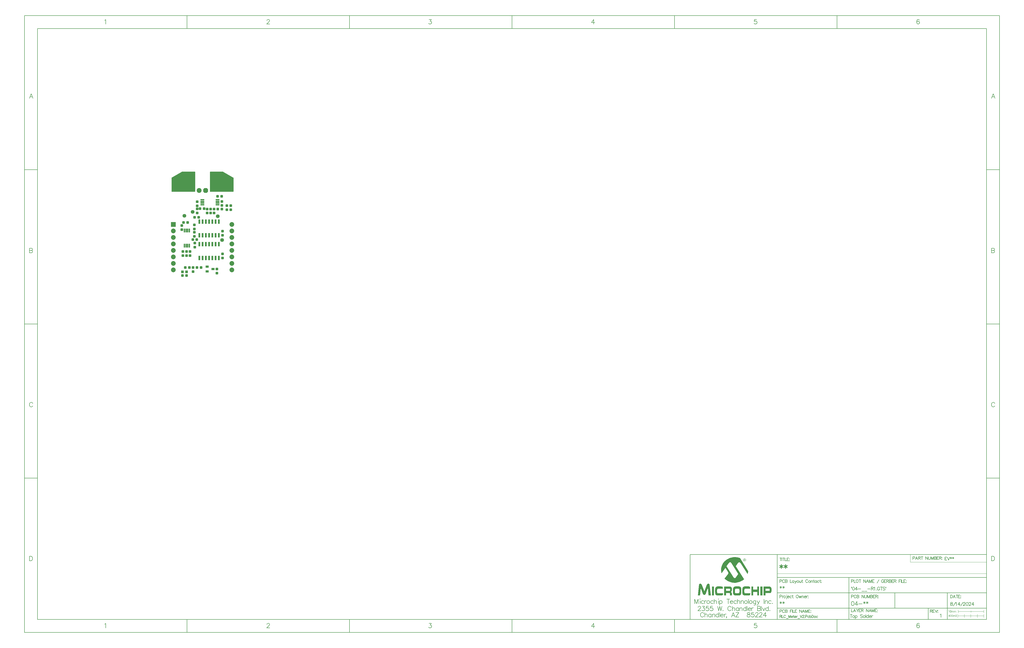
<source format=gts>
G04*
G04 #@! TF.GenerationSoftware,Altium Limited,Altium Designer,24.4.1 (13)*
G04*
G04 Layer_Color=8388736*
%FSLAX43Y43*%
%MOMM*%
G71*
G04*
G04 #@! TF.SameCoordinates,2DE5EF95-E663-491B-9A70-27DC17531A01*
G04*
G04*
G04 #@! TF.FilePolarity,Negative*
G04*
G01*
G75*
%ADD10C,0.200*%
%ADD13C,0.178*%
%ADD14C,0.150*%
%ADD15C,0.100*%
%ADD16C,0.127*%
%ADD17C,0.180*%
%ADD18C,0.350*%
G04:AMPARAMS|DCode=27|XSize=1.1mm|YSize=1mm|CornerRadius=0.3mm|HoleSize=0mm|Usage=FLASHONLY|Rotation=180.000|XOffset=0mm|YOffset=0mm|HoleType=Round|Shape=RoundedRectangle|*
%AMROUNDEDRECTD27*
21,1,1.100,0.400,0,0,180.0*
21,1,0.500,1.000,0,0,180.0*
1,1,0.600,-0.250,0.200*
1,1,0.600,0.250,0.200*
1,1,0.600,0.250,-0.200*
1,1,0.600,-0.250,-0.200*
%
%ADD27ROUNDEDRECTD27*%
%ADD28C,1.470*%
%ADD29R,1.000X1.000*%
%ADD30R,0.800X1.700*%
G04:AMPARAMS|DCode=31|XSize=1.1mm|YSize=1mm|CornerRadius=0.3mm|HoleSize=0mm|Usage=FLASHONLY|Rotation=270.000|XOffset=0mm|YOffset=0mm|HoleType=Round|Shape=RoundedRectangle|*
%AMROUNDEDRECTD31*
21,1,1.100,0.400,0,0,270.0*
21,1,0.500,1.000,0,0,270.0*
1,1,0.600,-0.200,-0.250*
1,1,0.600,-0.200,0.250*
1,1,0.600,0.200,0.250*
1,1,0.600,0.200,-0.250*
%
%ADD31ROUNDEDRECTD31*%
%ADD32R,1.250X0.850*%
%ADD33O,0.550X1.550*%
%ADD34O,1.550X0.550*%
%ADD35R,1.851X1.851*%
%ADD36C,1.851*%
G04:AMPARAMS|DCode=37|XSize=1.9mm|YSize=1.9mm|CornerRadius=0mm|HoleSize=0mm|Usage=FLASHONLY|Rotation=180.000|XOffset=0mm|YOffset=0mm|HoleType=Round|Shape=Octagon|*
%AMOCTAGOND37*
4,1,8,-0.950,0.475,-0.950,-0.475,-0.475,-0.950,0.475,-0.950,0.950,-0.475,0.950,0.475,0.475,0.950,-0.475,0.950,-0.950,0.475,0.0*
%
%ADD37OCTAGOND37*%

%ADD38C,1.900*%
G36*
X9755Y42230D02*
X9768Y42227D01*
X9780Y42223D01*
X9792Y42217D01*
X9803Y42210D01*
X9812Y42201D01*
X9821Y42191D01*
X9828Y42181D01*
X9834Y42169D01*
X9838Y42156D01*
X9841Y42144D01*
X9842Y42130D01*
X9842Y34505D01*
X9841Y34492D01*
X9838Y34480D01*
X9834Y34467D01*
X9828Y34455D01*
X9821Y34444D01*
X9812Y34435D01*
X9803Y34426D01*
X9792Y34419D01*
X9780Y34413D01*
X9768Y34409D01*
X9755Y34406D01*
X9742Y34405D01*
X725Y34405D01*
X712Y34406D01*
X699Y34409D01*
X686Y34413D01*
X674Y34419D01*
X664Y34426D01*
X654Y34435D01*
X645Y34444D01*
X638Y34455D01*
X632Y34467D01*
X628Y34480D01*
X625Y34492D01*
X624Y34505D01*
X624Y36771D01*
X624Y39819D01*
X625Y39825D01*
X625Y39832D01*
X625Y39832D01*
X625Y39832D01*
X627Y39838D01*
X628Y39845D01*
X628Y39845D01*
X628Y39845D01*
X630Y39851D01*
X632Y39857D01*
X632Y39857D01*
X632Y39857D01*
X635Y39863D01*
X638Y39869D01*
X638Y39869D01*
X638Y39869D01*
X641Y39874D01*
X645Y39880D01*
X645Y39880D01*
X645Y39880D01*
X649Y39885D01*
X653Y39890D01*
X654Y39890D01*
X654Y39890D01*
X658Y39894D01*
X663Y39898D01*
X663Y39898D01*
X664Y39899D01*
X669Y39902D01*
X674Y39906D01*
X4644Y42217D01*
X4644Y42217D01*
X4644Y42217D01*
X4650Y42220D01*
X4656Y42223D01*
X4656Y42223D01*
X4656Y42223D01*
X4662Y42225D01*
X4668Y42227D01*
X4668Y42227D01*
X4668Y42227D01*
X4674Y42228D01*
X4681Y42230D01*
X4681Y42230D01*
X4681Y42230D01*
X4688Y42230D01*
X4694Y42231D01*
X4694Y42231D01*
X4694Y42231D01*
X9742Y42231D01*
X9755Y42230D01*
X9755Y42230D02*
G37*
G36*
X20758Y42231D02*
X20758Y42231D01*
X20765Y42230D01*
X20771Y42230D01*
X20771Y42230D01*
X20771Y42230D01*
X20778Y42228D01*
X20784Y42227D01*
X20784Y42227D01*
X20784Y42227D01*
X20790Y42225D01*
X20796Y42223D01*
X20797Y42223D01*
X20797Y42223D01*
X20802Y42220D01*
X20808Y42217D01*
X20808Y42217D01*
X20808Y42217D01*
X24778Y39906D01*
X24783Y39902D01*
X24789Y39899D01*
X24789Y39898D01*
X24789Y39898D01*
X24794Y39894D01*
X24798Y39890D01*
X24799Y39890D01*
X24799Y39890D01*
X24803Y39885D01*
X24807Y39880D01*
X24807Y39880D01*
X24807Y39880D01*
X24811Y39874D01*
X24814Y39869D01*
X24814Y39869D01*
X24815Y39869D01*
X24817Y39863D01*
X24820Y39857D01*
X24820Y39857D01*
X24820Y39857D01*
X24822Y39851D01*
X24824Y39845D01*
X24824Y39845D01*
X24824Y39845D01*
X24826Y39838D01*
X24827Y39832D01*
X24827Y39832D01*
X24827Y39832D01*
X24827Y39825D01*
X24828Y39819D01*
X24828Y36771D01*
X24828Y34505D01*
X24827Y34492D01*
X24824Y34480D01*
X24820Y34467D01*
X24814Y34455D01*
X24807Y34444D01*
X24798Y34435D01*
X24789Y34426D01*
X24778Y34419D01*
X24766Y34413D01*
X24754Y34409D01*
X24741Y34406D01*
X24728Y34405D01*
X15711Y34405D01*
X15698Y34406D01*
X15685Y34409D01*
X15672Y34413D01*
X15660Y34419D01*
X15650Y34426D01*
X15640Y34435D01*
X15631Y34444D01*
X15624Y34455D01*
X15618Y34467D01*
X15614Y34480D01*
X15611Y34492D01*
X15610Y34505D01*
X15610Y42130D01*
X15611Y42144D01*
X15614Y42156D01*
X15618Y42169D01*
X15624Y42181D01*
X15631Y42191D01*
X15640Y42201D01*
X15650Y42210D01*
X15660Y42217D01*
X15672Y42223D01*
X15685Y42227D01*
X15698Y42230D01*
X15711Y42231D01*
X20758Y42231D01*
X20758Y42231D01*
X20758Y42231D02*
G37*
G36*
X224613Y-109042D02*
X224697Y-109070D01*
X224810Y-109112D01*
X224909Y-109169D01*
X224994Y-109267D01*
X225050Y-109408D01*
X225078Y-109578D01*
X225078Y-109606D01*
X225064Y-109662D01*
X225050Y-109761D01*
X225008Y-109860D01*
X224951Y-109973D01*
X224852Y-110058D01*
X224711Y-110128D01*
X224528Y-110156D01*
X224486Y-110156D01*
X224443Y-110142D01*
X224387Y-110128D01*
X224246Y-110086D01*
X224175Y-110043D01*
X224105Y-109987D01*
X224105Y-109973D01*
X224076Y-109959D01*
X224020Y-109874D01*
X223964Y-109747D01*
X223949Y-109662D01*
X223935Y-109578D01*
X223935Y-109564D01*
X223935Y-109535D01*
X223949Y-109493D01*
X223964Y-109451D01*
X224020Y-109324D01*
X224062Y-109253D01*
X224119Y-109197D01*
X224133Y-109183D01*
X224147Y-109169D01*
X224232Y-109112D01*
X224359Y-109056D01*
X224443Y-109028D01*
X224556Y-109028D01*
X224613Y-109042D01*
X224613Y-109042D02*
G37*
G36*
X221001Y-108548D02*
X221113Y-108562D01*
X221255Y-108562D01*
X221396Y-108590D01*
X221720Y-108632D01*
X222073Y-108717D01*
X222426Y-108816D01*
X222778Y-108957D01*
X225939Y-113994D01*
X225939Y-114008D01*
X225939Y-114036D01*
X225925Y-114093D01*
X225925Y-114149D01*
X225911Y-114234D01*
X225897Y-114333D01*
X225854Y-114544D01*
X225854Y-114559D01*
X225840Y-114601D01*
X225826Y-114657D01*
X225812Y-114728D01*
X225784Y-114827D01*
X225756Y-114925D01*
X225685Y-115165D01*
X222934Y-110862D01*
X222919Y-110848D01*
X222905Y-110805D01*
X222849Y-110749D01*
X222792Y-110692D01*
X222722Y-110636D01*
X222637Y-110580D01*
X222553Y-110537D01*
X222440Y-110523D01*
X222397Y-110523D01*
X222355Y-110537D01*
X222299Y-110565D01*
X222228Y-110608D01*
X222143Y-110664D01*
X222073Y-110735D01*
X221988Y-110848D01*
X221071Y-112103D01*
X224302Y-117197D01*
X224288Y-117211D01*
X224232Y-117253D01*
X224147Y-117324D01*
X224034Y-117409D01*
X223879Y-117522D01*
X223695Y-117634D01*
X223498Y-117761D01*
X223258Y-117888D01*
X223004Y-118015D01*
X222708Y-118142D01*
X222412Y-118255D01*
X222073Y-118368D01*
X221720Y-118453D01*
X221353Y-118523D01*
X220972Y-118566D01*
X220563Y-118580D01*
X220464Y-118580D01*
X220352Y-118566D01*
X220196Y-118552D01*
X219999Y-118523D01*
X219773Y-118495D01*
X219533Y-118439D01*
X219251Y-118368D01*
X218969Y-118283D01*
X218658Y-118171D01*
X218334Y-118044D01*
X218009Y-117888D01*
X217685Y-117691D01*
X217360Y-117479D01*
X217050Y-117225D01*
X216739Y-116929D01*
X218108Y-115038D01*
X218122Y-115024D01*
X218136Y-114968D01*
X218165Y-114883D01*
X218179Y-114812D01*
X218193Y-114728D01*
X218193Y-114700D01*
X218179Y-114629D01*
X218136Y-114502D01*
X218052Y-114347D01*
X217036Y-112752D01*
X215526Y-114855D01*
X215526Y-114841D01*
X215512Y-114827D01*
X215498Y-114742D01*
X215470Y-114615D01*
X215441Y-114446D01*
X215399Y-114234D01*
X215371Y-114008D01*
X215357Y-113740D01*
X215343Y-113472D01*
X215343Y-113444D01*
X215343Y-113387D01*
X215357Y-113275D01*
X215371Y-113148D01*
X215385Y-112978D01*
X215413Y-112781D01*
X215470Y-112555D01*
X215526Y-112315D01*
X215597Y-112061D01*
X215695Y-111779D01*
X215822Y-111497D01*
X215949Y-111215D01*
X216119Y-110932D01*
X216316Y-110636D01*
X216542Y-110354D01*
X216796Y-110086D01*
X216810Y-110072D01*
X216866Y-110015D01*
X216951Y-109945D01*
X217078Y-109846D01*
X217233Y-109719D01*
X217417Y-109592D01*
X217628Y-109451D01*
X217868Y-109310D01*
X218136Y-109169D01*
X218433Y-109028D01*
X218757Y-108886D01*
X219096Y-108774D01*
X219463Y-108675D01*
X219858Y-108604D01*
X220267Y-108548D01*
X220704Y-108534D01*
X220902Y-108534D01*
X221001Y-108548D01*
X221001Y-108548D02*
G37*
G36*
X226249Y-120005D02*
X226320Y-120019D01*
X226376Y-120033D01*
X226390Y-120033D01*
X226419Y-120047D01*
X226517Y-120090D01*
X226574Y-120146D01*
X226616Y-120202D01*
X226659Y-120273D01*
X226687Y-120372D01*
X226687Y-120386D01*
X226701Y-120400D01*
X226701Y-120442D01*
X226715Y-120513D01*
X226715Y-120583D01*
X226729Y-120682D01*
X226729Y-120795D01*
X226729Y-120922D01*
X224838Y-120880D01*
X224824Y-120880D01*
X224768Y-120894D01*
X224697Y-120908D01*
X224627Y-120964D01*
X224542Y-121035D01*
X224472Y-121162D01*
X224443Y-121247D01*
X224415Y-121345D01*
X224401Y-121444D01*
X224401Y-121571D01*
X224401Y-121952D01*
X224401Y-121966D01*
X224401Y-121980D01*
X224415Y-122065D01*
X224429Y-122164D01*
X224457Y-122291D01*
X224500Y-122418D01*
X224584Y-122531D01*
X224683Y-122615D01*
X224754Y-122629D01*
X224824Y-122643D01*
X226757Y-122643D01*
X226757Y-122672D01*
X226757Y-122728D01*
X226757Y-122827D01*
X226743Y-122940D01*
X226729Y-123053D01*
X226715Y-123165D01*
X226687Y-123264D01*
X226644Y-123335D01*
X226644Y-123349D01*
X226616Y-123363D01*
X226574Y-123391D01*
X226517Y-123419D01*
X226433Y-123462D01*
X226320Y-123490D01*
X226179Y-123504D01*
X226009Y-123518D01*
X224599Y-123518D01*
X224486Y-123504D01*
X224345Y-123476D01*
X224203Y-123434D01*
X224048Y-123363D01*
X223921Y-123278D01*
X223822Y-123151D01*
X223822Y-123137D01*
X223794Y-123095D01*
X223766Y-123024D01*
X223738Y-122940D01*
X223710Y-122813D01*
X223681Y-122672D01*
X223667Y-122488D01*
X223653Y-122291D01*
X223653Y-121247D01*
X223653Y-121232D01*
X223653Y-121204D01*
X223653Y-121162D01*
X223667Y-121105D01*
X223681Y-120964D01*
X223710Y-120781D01*
X223752Y-120597D01*
X223837Y-120414D01*
X223935Y-120259D01*
X224006Y-120188D01*
X224076Y-120132D01*
X224091Y-120132D01*
X224119Y-120104D01*
X224161Y-120090D01*
X224232Y-120061D01*
X224316Y-120033D01*
X224429Y-120019D01*
X224556Y-119991D01*
X226080Y-119991D01*
X226249Y-120005D01*
X226249Y-120005D02*
G37*
G36*
X230172Y-123490D02*
X229452Y-123490D01*
X229452Y-122178D01*
X227886Y-122178D01*
X227886Y-123490D01*
X227209Y-123490D01*
X227209Y-120033D01*
X227886Y-120033D01*
X227886Y-121247D01*
X229452Y-121247D01*
X229452Y-120033D01*
X230172Y-120033D01*
X230172Y-123490D01*
X230172Y-123490D02*
G37*
G36*
X210475Y-118904D02*
X210545Y-118918D01*
X210630Y-118961D01*
X210700Y-119017D01*
X210771Y-119116D01*
X210842Y-119243D01*
X210870Y-119426D01*
X211335Y-123490D01*
X210461Y-123490D01*
X210221Y-120569D01*
X210207Y-120569D01*
X209318Y-122911D01*
X209318Y-122926D01*
X209290Y-122968D01*
X209247Y-123038D01*
X209191Y-123109D01*
X209120Y-123180D01*
X209036Y-123250D01*
X208937Y-123292D01*
X208810Y-123307D01*
X208753Y-123307D01*
X208683Y-123278D01*
X208598Y-123250D01*
X208499Y-123208D01*
X208415Y-123137D01*
X208344Y-123038D01*
X208274Y-122911D01*
X207385Y-120612D01*
X207371Y-120612D01*
X207117Y-123490D01*
X206270Y-123490D01*
X206707Y-119384D01*
X206707Y-119356D01*
X206722Y-119299D01*
X206750Y-119229D01*
X206792Y-119130D01*
X206849Y-119045D01*
X206933Y-118961D01*
X207046Y-118904D01*
X207173Y-118890D01*
X207244Y-118890D01*
X207328Y-118918D01*
X207427Y-118947D01*
X207526Y-119003D01*
X207639Y-119088D01*
X207723Y-119201D01*
X207808Y-119356D01*
X208796Y-121867D01*
X208810Y-121867D01*
X209797Y-119356D01*
X209812Y-119342D01*
X209826Y-119285D01*
X209882Y-119215D01*
X209939Y-119116D01*
X210023Y-119031D01*
X210136Y-118961D01*
X210263Y-118904D01*
X210418Y-118890D01*
X210432Y-118890D01*
X210475Y-118904D01*
X210475Y-118904D02*
G37*
G36*
X234306Y-120047D02*
X234419Y-120061D01*
X234546Y-120104D01*
X234687Y-120174D01*
X234814Y-120273D01*
X234927Y-120414D01*
X235011Y-120612D01*
X235011Y-120626D01*
X235026Y-120654D01*
X235026Y-120710D01*
X235040Y-120781D01*
X235054Y-120866D01*
X235054Y-120964D01*
X235068Y-121091D01*
X235068Y-121218D01*
X235068Y-121486D01*
X235068Y-121515D01*
X235068Y-121585D01*
X235054Y-121698D01*
X235040Y-121825D01*
X235011Y-121980D01*
X234983Y-122135D01*
X234927Y-122262D01*
X234856Y-122389D01*
X234856Y-122404D01*
X234828Y-122418D01*
X234786Y-122460D01*
X234743Y-122502D01*
X234673Y-122545D01*
X234588Y-122573D01*
X234504Y-122601D01*
X234391Y-122615D01*
X232669Y-122615D01*
X232669Y-123490D01*
X231964Y-123490D01*
X231964Y-120033D01*
X234235Y-120033D01*
X234306Y-120047D01*
X234306Y-120047D02*
G37*
G36*
X231498Y-123490D02*
X230680Y-123490D01*
X230680Y-120033D01*
X231498Y-120033D01*
X231498Y-123490D01*
X231498Y-123490D02*
G37*
G36*
X218997Y-120047D02*
X219110Y-120090D01*
X219237Y-120160D01*
X219293Y-120217D01*
X219364Y-120287D01*
X219420Y-120372D01*
X219463Y-120470D01*
X219519Y-120583D01*
X219547Y-120724D01*
X219561Y-120880D01*
X219575Y-121063D01*
X219575Y-121275D01*
X219575Y-121289D01*
X219575Y-121303D01*
X219575Y-121388D01*
X219561Y-121515D01*
X219533Y-121656D01*
X219477Y-121797D01*
X219406Y-121938D01*
X219307Y-122051D01*
X219180Y-122135D01*
X219180Y-122150D01*
X219195Y-122150D01*
X219237Y-122178D01*
X219307Y-122220D01*
X219378Y-122291D01*
X219448Y-122389D01*
X219519Y-122516D01*
X219561Y-122686D01*
X219575Y-122911D01*
X219575Y-123490D01*
X218842Y-123490D01*
X218842Y-123081D01*
X218842Y-123067D01*
X218842Y-123038D01*
X218842Y-122982D01*
X218842Y-122926D01*
X218828Y-122813D01*
X218828Y-122756D01*
X218814Y-122714D01*
X218799Y-122700D01*
X218757Y-122643D01*
X218687Y-122601D01*
X218560Y-122587D01*
X217276Y-122587D01*
X217276Y-123490D01*
X216542Y-123490D01*
X216542Y-120033D01*
X218912Y-120033D01*
X218997Y-120047D01*
X218997Y-120047D02*
G37*
G36*
X212577Y-123490D02*
X211773Y-123490D01*
X211773Y-120033D01*
X212577Y-120033D01*
X212577Y-123490D01*
X212577Y-123490D02*
G37*
G36*
X222426Y-120005D02*
X222553Y-120033D01*
X222680Y-120061D01*
X222821Y-120118D01*
X222934Y-120202D01*
X223032Y-120301D01*
X223046Y-120315D01*
X223075Y-120358D01*
X223103Y-120428D01*
X223145Y-120527D01*
X223188Y-120668D01*
X223230Y-120823D01*
X223244Y-121007D01*
X223258Y-121232D01*
X223258Y-122277D01*
X223258Y-122291D01*
X223258Y-122319D01*
X223258Y-122361D01*
X223244Y-122432D01*
X223230Y-122587D01*
X223202Y-122784D01*
X223131Y-122982D01*
X223046Y-123180D01*
X222919Y-123335D01*
X222835Y-123405D01*
X222750Y-123448D01*
X222736Y-123448D01*
X222708Y-123462D01*
X222665Y-123476D01*
X222609Y-123476D01*
X222538Y-123490D01*
X222454Y-123504D01*
X222228Y-123518D01*
X220958Y-123518D01*
X220845Y-123504D01*
X220718Y-123476D01*
X220577Y-123434D01*
X220436Y-123377D01*
X220309Y-123292D01*
X220196Y-123180D01*
X220182Y-123165D01*
X220168Y-123123D01*
X220140Y-123053D01*
X220112Y-122954D01*
X220069Y-122841D01*
X220041Y-122686D01*
X220027Y-122488D01*
X220013Y-122277D01*
X220013Y-121232D01*
X220013Y-121218D01*
X220013Y-121190D01*
X220013Y-121134D01*
X220027Y-121063D01*
X220041Y-120894D01*
X220083Y-120696D01*
X220154Y-120485D01*
X220267Y-120301D01*
X220337Y-120217D01*
X220408Y-120146D01*
X220507Y-120090D01*
X220605Y-120047D01*
X220620Y-120047D01*
X220634Y-120033D01*
X220676Y-120033D01*
X220732Y-120019D01*
X220874Y-120005D01*
X221057Y-119991D01*
X222327Y-119991D01*
X222426Y-120005D01*
X222426Y-120005D02*
G37*
G36*
X215357Y-120005D02*
X215526Y-120005D01*
X215681Y-120019D01*
X215808Y-120047D01*
X215851Y-120061D01*
X215879Y-120075D01*
X215893Y-120075D01*
X215907Y-120104D01*
X215935Y-120146D01*
X215977Y-120217D01*
X216020Y-120315D01*
X216048Y-120456D01*
X216062Y-120640D01*
X216076Y-120880D01*
X214171Y-120880D01*
X214087Y-120894D01*
X213988Y-120936D01*
X213889Y-121021D01*
X213875Y-121049D01*
X213861Y-121077D01*
X213833Y-121134D01*
X213819Y-121204D01*
X213790Y-121303D01*
X213776Y-121430D01*
X213776Y-121571D01*
X213776Y-121952D01*
X213776Y-121966D01*
X213776Y-122023D01*
X213776Y-122093D01*
X213790Y-122164D01*
X213805Y-122347D01*
X213819Y-122418D01*
X213833Y-122474D01*
X213847Y-122502D01*
X213903Y-122559D01*
X213960Y-122587D01*
X214016Y-122615D01*
X214101Y-122629D01*
X214186Y-122643D01*
X216119Y-122643D01*
X216119Y-122672D01*
X216119Y-122728D01*
X216119Y-122813D01*
X216104Y-122911D01*
X216076Y-123137D01*
X216048Y-123236D01*
X216020Y-123307D01*
X216020Y-123321D01*
X215992Y-123335D01*
X215949Y-123377D01*
X215893Y-123405D01*
X215794Y-123448D01*
X215681Y-123490D01*
X215540Y-123504D01*
X215371Y-123518D01*
X213974Y-123518D01*
X213875Y-123504D01*
X213748Y-123476D01*
X213607Y-123448D01*
X213466Y-123405D01*
X213339Y-123335D01*
X213240Y-123236D01*
X213226Y-123222D01*
X213212Y-123180D01*
X213170Y-123109D01*
X213127Y-123010D01*
X213085Y-122883D01*
X213057Y-122714D01*
X213029Y-122516D01*
X213014Y-122277D01*
X213014Y-121232D01*
X213014Y-121218D01*
X213014Y-121190D01*
X213014Y-121134D01*
X213029Y-121063D01*
X213057Y-120880D01*
X213099Y-120668D01*
X213184Y-120456D01*
X213311Y-120259D01*
X213395Y-120174D01*
X213494Y-120104D01*
X213593Y-120047D01*
X213720Y-120019D01*
X213748Y-120019D01*
X213819Y-120005D01*
X213932Y-119991D01*
X215187Y-119991D01*
X215357Y-120005D01*
X215357Y-120005D02*
G37*
%LPC*%
G36*
X224528Y-109126D02*
X224457Y-109126D01*
X224373Y-109155D01*
X224288Y-109183D01*
X224189Y-109239D01*
X224119Y-109310D01*
X224062Y-109423D01*
X224034Y-109578D01*
X224034Y-109592D01*
X224034Y-109606D01*
X224048Y-109691D01*
X224091Y-109804D01*
X224175Y-109931D01*
X224203Y-109959D01*
X224274Y-110001D01*
X224387Y-110043D01*
X224528Y-110072D01*
X224542Y-110072D01*
X224599Y-110058D01*
X224669Y-110043D01*
X224768Y-110015D01*
X224852Y-109945D01*
X224923Y-109860D01*
X224979Y-109747D01*
X224994Y-109578D01*
X224994Y-109564D01*
X224994Y-109507D01*
X224965Y-109437D01*
X224937Y-109352D01*
X224881Y-109267D01*
X224796Y-109197D01*
X224683Y-109140D01*
X224528Y-109126D01*
X224528Y-109126D02*
G37*
%LPD*%
G36*
X224655Y-109282D02*
X224726Y-109338D01*
X224754Y-109380D01*
X224768Y-109451D01*
X224768Y-109465D01*
X224768Y-109479D01*
X224754Y-109550D01*
X224697Y-109606D01*
X224655Y-109634D01*
X224599Y-109648D01*
X224782Y-109931D01*
X224669Y-109931D01*
X224500Y-109648D01*
X224387Y-109648D01*
X224387Y-109931D01*
X224288Y-109931D01*
X224288Y-109253D01*
X224570Y-109253D01*
X224655Y-109282D01*
X224655Y-109282D02*
G37*
%LPC*%
G36*
X224556Y-109352D02*
X224387Y-109352D01*
X224387Y-109564D01*
X224570Y-109564D01*
X224613Y-109550D01*
X224641Y-109521D01*
X224655Y-109451D01*
X224655Y-109437D01*
X224641Y-109394D01*
X224613Y-109366D01*
X224556Y-109352D01*
X224556Y-109352D02*
G37*
G36*
X218870Y-110509D02*
X218828Y-110509D01*
X218771Y-110523D01*
X218715Y-110551D01*
X218644Y-110594D01*
X218560Y-110650D01*
X218475Y-110721D01*
X218390Y-110834D01*
X217501Y-112089D01*
X220196Y-116365D01*
X220210Y-116379D01*
X220239Y-116421D01*
X220281Y-116492D01*
X220337Y-116548D01*
X220408Y-116619D01*
X220493Y-116689D01*
X220563Y-116731D01*
X220648Y-116746D01*
X220690Y-116746D01*
X220747Y-116731D01*
X220803Y-116703D01*
X220874Y-116675D01*
X220958Y-116633D01*
X221043Y-116562D01*
X221113Y-116463D01*
X222059Y-115109D01*
X219350Y-110848D01*
X219336Y-110834D01*
X219307Y-110791D01*
X219265Y-110735D01*
X219209Y-110678D01*
X219138Y-110622D01*
X219053Y-110565D01*
X218969Y-110523D01*
X218870Y-110509D01*
X218870Y-110509D02*
G37*
G36*
X234038Y-120866D02*
X232669Y-120866D01*
X232669Y-121740D01*
X234123Y-121740D01*
X234151Y-121726D01*
X234193Y-121698D01*
X234235Y-121656D01*
X234278Y-121585D01*
X234292Y-121501D01*
X234306Y-121388D01*
X234306Y-121247D01*
X234306Y-121232D01*
X234306Y-121190D01*
X234292Y-121120D01*
X234278Y-121049D01*
X234235Y-120993D01*
X234193Y-120922D01*
X234123Y-120880D01*
X234038Y-120866D01*
X234038Y-120866D02*
G37*
G36*
X218531Y-120866D02*
X217276Y-120866D01*
X217276Y-121726D01*
X218644Y-121726D01*
X218687Y-121712D01*
X218743Y-121684D01*
X218799Y-121642D01*
X218842Y-121571D01*
X218870Y-121486D01*
X218884Y-121359D01*
X218884Y-121247D01*
X218884Y-121232D01*
X218884Y-121190D01*
X218870Y-121120D01*
X218842Y-121049D01*
X218799Y-120993D01*
X218729Y-120922D01*
X218644Y-120880D01*
X218531Y-120866D01*
X218531Y-120866D02*
G37*
G36*
X222129Y-120866D02*
X221170Y-120866D01*
X221085Y-120880D01*
X220972Y-120936D01*
X220916Y-120964D01*
X220874Y-121021D01*
X220859Y-121049D01*
X220845Y-121091D01*
X220817Y-121148D01*
X220803Y-121218D01*
X220775Y-121317D01*
X220761Y-121430D01*
X220761Y-121571D01*
X220761Y-121952D01*
X220761Y-121966D01*
X220761Y-122023D01*
X220761Y-122079D01*
X220775Y-122164D01*
X220789Y-122347D01*
X220803Y-122432D01*
X220831Y-122502D01*
X220845Y-122531D01*
X220902Y-122573D01*
X221001Y-122615D01*
X221071Y-122643D01*
X222101Y-122643D01*
X222158Y-122629D01*
X222228Y-122601D01*
X222313Y-122559D01*
X222397Y-122474D01*
X222468Y-122347D01*
X222496Y-122277D01*
X222524Y-122178D01*
X222538Y-122079D01*
X222538Y-121952D01*
X222538Y-121571D01*
X222538Y-121557D01*
X222538Y-121501D01*
X222538Y-121444D01*
X222524Y-121359D01*
X222482Y-121176D01*
X222440Y-121091D01*
X222397Y-121021D01*
X222397Y-121007D01*
X222369Y-120993D01*
X222299Y-120936D01*
X222200Y-120894D01*
X222129Y-120866D01*
X222129Y-120866D02*
G37*
%LPD*%
D10*
X303544Y-108490D02*
X302770Y-108490D01*
X302770Y-109740D01*
X303544Y-109740D01*
X302770Y-109085D02*
X303246Y-109085D01*
X303752Y-108490D02*
X304228Y-109740D01*
X304704Y-108490D02*
X304228Y-109740D01*
X305162Y-108490D02*
X305162Y-109204D01*
X304865Y-108669D02*
X305460Y-109026D01*
X305460Y-108669D02*
X304865Y-109026D01*
X306013Y-108490D02*
X306013Y-109204D01*
X305716Y-108669D02*
X306311Y-109026D01*
X306311Y-108669D02*
X305716Y-109026D01*
D13*
X300948Y-131051D02*
X301067Y-130991D01*
X301245Y-130813D01*
X301245Y-132062D01*
X238651Y-119890D02*
X238651Y-120804D01*
X238270Y-120119D02*
X239032Y-120576D01*
X239032Y-120119D02*
X238270Y-120576D01*
X239740Y-119890D02*
X239740Y-120804D01*
X239359Y-120119D02*
X240121Y-120576D01*
X240121Y-120119D02*
X239359Y-120576D01*
X208540Y-130636D02*
X208455Y-130466D01*
X208286Y-130297D01*
X208117Y-130212D01*
X207778Y-130212D01*
X207609Y-130297D01*
X207439Y-130466D01*
X207355Y-130636D01*
X207270Y-130890D01*
X207270Y-131313D01*
X207355Y-131567D01*
X207439Y-131736D01*
X207609Y-131905D01*
X207778Y-131990D01*
X208117Y-131990D01*
X208286Y-131905D01*
X208455Y-131736D01*
X208540Y-131567D01*
X209039Y-130212D02*
X209039Y-131990D01*
X209039Y-131143D02*
X209293Y-130890D01*
X209462Y-130805D01*
X209716Y-130805D01*
X209886Y-130890D01*
X209970Y-131143D01*
X209970Y-131990D01*
X211452Y-130805D02*
X211452Y-131990D01*
X211452Y-131059D02*
X211282Y-130890D01*
X211113Y-130805D01*
X210859Y-130805D01*
X210690Y-130890D01*
X210521Y-131059D01*
X210436Y-131313D01*
X210436Y-131482D01*
X210521Y-131736D01*
X210690Y-131905D01*
X210859Y-131990D01*
X211113Y-131990D01*
X211282Y-131905D01*
X211452Y-131736D01*
X211926Y-130805D02*
X211926Y-131990D01*
X211926Y-131143D02*
X212180Y-130890D01*
X212349Y-130805D01*
X212603Y-130805D01*
X212772Y-130890D01*
X212857Y-131143D01*
X212857Y-131990D01*
X214338Y-130212D02*
X214338Y-131990D01*
X214338Y-131059D02*
X214169Y-130890D01*
X214000Y-130805D01*
X213746Y-130805D01*
X213576Y-130890D01*
X213407Y-131059D01*
X213322Y-131313D01*
X213322Y-131482D01*
X213407Y-131736D01*
X213576Y-131905D01*
X213746Y-131990D01*
X214000Y-131990D01*
X214169Y-131905D01*
X214338Y-131736D01*
X214812Y-130212D02*
X214812Y-131990D01*
X215185Y-131313D02*
X216200Y-131313D01*
X216200Y-131143D01*
X216116Y-130974D01*
X216031Y-130890D01*
X215862Y-130805D01*
X215608Y-130805D01*
X215439Y-130890D01*
X215269Y-131059D01*
X215185Y-131313D01*
X215185Y-131482D01*
X215269Y-131736D01*
X215439Y-131905D01*
X215608Y-131990D01*
X215862Y-131990D01*
X216031Y-131905D01*
X216200Y-131736D01*
X216581Y-130805D02*
X216581Y-131990D01*
X216581Y-131313D02*
X216666Y-131059D01*
X216835Y-130890D01*
X217005Y-130805D01*
X217259Y-130805D01*
X217589Y-131905D02*
X217504Y-131990D01*
X217419Y-131905D01*
X217504Y-131821D01*
X217589Y-131905D01*
X217589Y-132075D01*
X217504Y-132244D01*
X217419Y-132329D01*
X220729Y-131990D02*
X220052Y-130212D01*
X219375Y-131990D01*
X219629Y-131397D02*
X220475Y-131397D01*
X222329Y-130212D02*
X221144Y-131990D01*
X221144Y-130212D02*
X222329Y-130212D01*
X221144Y-131990D02*
X222329Y-131990D01*
X225943Y-130212D02*
X225690Y-130297D01*
X225605Y-130466D01*
X225605Y-130636D01*
X225690Y-130805D01*
X225859Y-130890D01*
X226197Y-130974D01*
X226451Y-131059D01*
X226621Y-131228D01*
X226705Y-131397D01*
X226705Y-131651D01*
X226621Y-131821D01*
X226536Y-131905D01*
X226282Y-131990D01*
X225943Y-131990D01*
X225690Y-131905D01*
X225605Y-131821D01*
X225520Y-131651D01*
X225520Y-131397D01*
X225605Y-131228D01*
X225774Y-131059D01*
X226028Y-130974D01*
X226367Y-130890D01*
X226536Y-130805D01*
X226621Y-130636D01*
X226621Y-130466D01*
X226536Y-130297D01*
X226282Y-130212D01*
X225943Y-130212D01*
X228119Y-130212D02*
X227272Y-130212D01*
X227188Y-130974D01*
X227272Y-130890D01*
X227526Y-130805D01*
X227780Y-130805D01*
X228034Y-130890D01*
X228204Y-131059D01*
X228288Y-131313D01*
X228288Y-131482D01*
X228204Y-131736D01*
X228034Y-131905D01*
X227780Y-131990D01*
X227526Y-131990D01*
X227272Y-131905D01*
X227188Y-131821D01*
X227103Y-131651D01*
X228771Y-130636D02*
X228771Y-130551D01*
X228855Y-130382D01*
X228940Y-130297D01*
X229109Y-130212D01*
X229448Y-130212D01*
X229617Y-130297D01*
X229702Y-130382D01*
X229787Y-130551D01*
X229787Y-130720D01*
X229702Y-130890D01*
X229533Y-131143D01*
X228686Y-131990D01*
X229871Y-131990D01*
X230354Y-130636D02*
X230354Y-130551D01*
X230438Y-130382D01*
X230523Y-130297D01*
X230692Y-130212D01*
X231031Y-130212D01*
X231200Y-130297D01*
X231285Y-130382D01*
X231369Y-130551D01*
X231369Y-130720D01*
X231285Y-130890D01*
X231116Y-131143D01*
X230269Y-131990D01*
X231454Y-131990D01*
X232698Y-130212D02*
X231852Y-131397D01*
X233122Y-131397D01*
X232698Y-130212D02*
X232698Y-131990D01*
X206355Y-128136D02*
X206355Y-128051D01*
X206439Y-127882D01*
X206524Y-127797D01*
X206693Y-127712D01*
X207032Y-127712D01*
X207201Y-127797D01*
X207286Y-127882D01*
X207370Y-128051D01*
X207370Y-128220D01*
X207286Y-128390D01*
X207117Y-128643D01*
X206270Y-129490D01*
X207455Y-129490D01*
X208022Y-127712D02*
X208953Y-127712D01*
X208445Y-128390D01*
X208699Y-128390D01*
X208869Y-128474D01*
X208953Y-128559D01*
X209038Y-128813D01*
X209038Y-128982D01*
X208953Y-129236D01*
X208784Y-129405D01*
X208530Y-129490D01*
X208276Y-129490D01*
X208022Y-129405D01*
X207938Y-129321D01*
X207853Y-129151D01*
X210452Y-127712D02*
X209605Y-127712D01*
X209521Y-128474D01*
X209605Y-128390D01*
X209859Y-128305D01*
X210113Y-128305D01*
X210367Y-128390D01*
X210536Y-128559D01*
X210621Y-128813D01*
X210621Y-128982D01*
X210536Y-129236D01*
X210367Y-129405D01*
X210113Y-129490D01*
X209859Y-129490D01*
X209605Y-129405D01*
X209521Y-129321D01*
X209436Y-129151D01*
X212035Y-127712D02*
X211188Y-127712D01*
X211103Y-128474D01*
X211188Y-128390D01*
X211442Y-128305D01*
X211696Y-128305D01*
X211950Y-128390D01*
X212119Y-128559D01*
X212204Y-128813D01*
X212204Y-128982D01*
X212119Y-129236D01*
X211950Y-129405D01*
X211696Y-129490D01*
X211442Y-129490D01*
X211188Y-129405D01*
X211103Y-129321D01*
X211019Y-129151D01*
X213998Y-127712D02*
X214422Y-129490D01*
X214845Y-127712D02*
X214422Y-129490D01*
X214845Y-127712D02*
X215268Y-129490D01*
X215691Y-127712D02*
X215268Y-129490D01*
X216132Y-129321D02*
X216047Y-129405D01*
X216132Y-129490D01*
X216216Y-129405D01*
X216132Y-129321D01*
X219272Y-128136D02*
X219187Y-127966D01*
X219018Y-127797D01*
X218849Y-127712D01*
X218510Y-127712D01*
X218341Y-127797D01*
X218172Y-127966D01*
X218087Y-128136D01*
X218002Y-128390D01*
X218002Y-128813D01*
X218087Y-129067D01*
X218172Y-129236D01*
X218341Y-129405D01*
X218510Y-129490D01*
X218849Y-129490D01*
X219018Y-129405D01*
X219187Y-129236D01*
X219272Y-129067D01*
X219771Y-127712D02*
X219771Y-129490D01*
X219771Y-128643D02*
X220025Y-128390D01*
X220195Y-128305D01*
X220449Y-128305D01*
X220618Y-128390D01*
X220703Y-128643D01*
X220703Y-129490D01*
X222184Y-128305D02*
X222184Y-129490D01*
X222184Y-128559D02*
X222015Y-128390D01*
X221845Y-128305D01*
X221591Y-128305D01*
X221422Y-128390D01*
X221253Y-128559D01*
X221168Y-128813D01*
X221168Y-128982D01*
X221253Y-129236D01*
X221422Y-129405D01*
X221591Y-129490D01*
X221845Y-129490D01*
X222015Y-129405D01*
X222184Y-129236D01*
X222658Y-128305D02*
X222658Y-129490D01*
X222658Y-128643D02*
X222912Y-128390D01*
X223081Y-128305D01*
X223335Y-128305D01*
X223504Y-128390D01*
X223589Y-128643D01*
X223589Y-129490D01*
X225070Y-127712D02*
X225070Y-129490D01*
X225070Y-128559D02*
X224901Y-128390D01*
X224732Y-128305D01*
X224478Y-128305D01*
X224309Y-128390D01*
X224139Y-128559D01*
X224055Y-128813D01*
X224055Y-128982D01*
X224139Y-129236D01*
X224309Y-129405D01*
X224478Y-129490D01*
X224732Y-129490D01*
X224901Y-129405D01*
X225070Y-129236D01*
X225544Y-127712D02*
X225544Y-129490D01*
X225917Y-128813D02*
X226933Y-128813D01*
X226933Y-128643D01*
X226848Y-128474D01*
X226763Y-128390D01*
X226594Y-128305D01*
X226340Y-128305D01*
X226171Y-128390D01*
X226002Y-128559D01*
X225917Y-128813D01*
X225917Y-128982D01*
X226002Y-129236D01*
X226171Y-129405D01*
X226340Y-129490D01*
X226594Y-129490D01*
X226763Y-129405D01*
X226933Y-129236D01*
X227314Y-128305D02*
X227314Y-129490D01*
X227314Y-128813D02*
X227398Y-128559D01*
X227568Y-128390D01*
X227737Y-128305D01*
X227991Y-128305D01*
X229548Y-127712D02*
X229548Y-129490D01*
X229548Y-127712D02*
X230310Y-127712D01*
X230564Y-127797D01*
X230649Y-127882D01*
X230733Y-128051D01*
X230733Y-128220D01*
X230649Y-128390D01*
X230564Y-128474D01*
X230310Y-128559D01*
X229548Y-128559D02*
X230310Y-128559D01*
X230564Y-128643D01*
X230649Y-128728D01*
X230733Y-128897D01*
X230733Y-129151D01*
X230649Y-129321D01*
X230564Y-129405D01*
X230310Y-129490D01*
X229548Y-129490D01*
X231131Y-127712D02*
X231131Y-129490D01*
X231504Y-128305D02*
X232012Y-129490D01*
X232520Y-128305D02*
X232012Y-129490D01*
X233823Y-127712D02*
X233823Y-129490D01*
X233823Y-128559D02*
X233654Y-128390D01*
X233485Y-128305D01*
X233231Y-128305D01*
X233061Y-128390D01*
X232892Y-128559D01*
X232807Y-128813D01*
X232807Y-128982D01*
X232892Y-129236D01*
X233061Y-129405D01*
X233231Y-129490D01*
X233485Y-129490D01*
X233654Y-129405D01*
X233823Y-129236D01*
X234382Y-129321D02*
X234297Y-129405D01*
X234382Y-129490D01*
X234466Y-129405D01*
X234382Y-129321D01*
X205040Y-124972D02*
X205040Y-126750D01*
X205040Y-124972D02*
X205717Y-126750D01*
X206394Y-124972D02*
X205717Y-126750D01*
X206394Y-124972D02*
X206394Y-126750D01*
X207072Y-124972D02*
X207156Y-125057D01*
X207241Y-124972D01*
X207156Y-124888D01*
X207072Y-124972D01*
X207156Y-125565D02*
X207156Y-126750D01*
X208570Y-125819D02*
X208401Y-125650D01*
X208231Y-125565D01*
X207977Y-125565D01*
X207808Y-125650D01*
X207639Y-125819D01*
X207554Y-126073D01*
X207554Y-126242D01*
X207639Y-126496D01*
X207808Y-126665D01*
X207977Y-126750D01*
X208231Y-126750D01*
X208401Y-126665D01*
X208570Y-126496D01*
X208951Y-125565D02*
X208951Y-126750D01*
X208951Y-126073D02*
X209035Y-125819D01*
X209205Y-125650D01*
X209374Y-125565D01*
X209628Y-125565D01*
X210212Y-125565D02*
X210043Y-125650D01*
X209873Y-125819D01*
X209789Y-126073D01*
X209789Y-126242D01*
X209873Y-126496D01*
X210043Y-126665D01*
X210212Y-126750D01*
X210466Y-126750D01*
X210635Y-126665D01*
X210805Y-126496D01*
X210889Y-126242D01*
X210889Y-126073D01*
X210805Y-125819D01*
X210635Y-125650D01*
X210466Y-125565D01*
X210212Y-125565D01*
X212294Y-125819D02*
X212125Y-125650D01*
X211956Y-125565D01*
X211702Y-125565D01*
X211533Y-125650D01*
X211363Y-125819D01*
X211279Y-126073D01*
X211279Y-126242D01*
X211363Y-126496D01*
X211533Y-126665D01*
X211702Y-126750D01*
X211956Y-126750D01*
X212125Y-126665D01*
X212294Y-126496D01*
X212675Y-124972D02*
X212675Y-126750D01*
X212675Y-125903D02*
X212929Y-125650D01*
X213099Y-125565D01*
X213353Y-125565D01*
X213522Y-125650D01*
X213606Y-125903D01*
X213606Y-126750D01*
X214241Y-124972D02*
X214326Y-125057D01*
X214411Y-124972D01*
X214326Y-124888D01*
X214241Y-124972D01*
X214326Y-125565D02*
X214326Y-126750D01*
X214724Y-125565D02*
X214724Y-127343D01*
X214724Y-125819D02*
X214893Y-125650D01*
X215062Y-125565D01*
X215316Y-125565D01*
X215486Y-125650D01*
X215655Y-125819D01*
X215740Y-126073D01*
X215740Y-126242D01*
X215655Y-126496D01*
X215486Y-126665D01*
X215316Y-126750D01*
X215062Y-126750D01*
X214893Y-126665D01*
X214724Y-126496D01*
X218110Y-124972D02*
X218110Y-126750D01*
X217517Y-124972D02*
X218702Y-124972D01*
X218914Y-126073D02*
X219930Y-126073D01*
X219930Y-125903D01*
X219845Y-125734D01*
X219760Y-125650D01*
X219591Y-125565D01*
X219337Y-125565D01*
X219168Y-125650D01*
X218999Y-125819D01*
X218914Y-126073D01*
X218914Y-126242D01*
X218999Y-126496D01*
X219168Y-126665D01*
X219337Y-126750D01*
X219591Y-126750D01*
X219760Y-126665D01*
X219930Y-126496D01*
X221326Y-125819D02*
X221157Y-125650D01*
X220988Y-125565D01*
X220734Y-125565D01*
X220565Y-125650D01*
X220395Y-125819D01*
X220311Y-126073D01*
X220311Y-126242D01*
X220395Y-126496D01*
X220565Y-126665D01*
X220734Y-126750D01*
X220988Y-126750D01*
X221157Y-126665D01*
X221326Y-126496D01*
X221707Y-124972D02*
X221707Y-126750D01*
X221707Y-125903D02*
X221961Y-125650D01*
X222131Y-125565D01*
X222385Y-125565D01*
X222554Y-125650D01*
X222638Y-125903D01*
X222638Y-126750D01*
X223104Y-125565D02*
X223104Y-126750D01*
X223104Y-125903D02*
X223358Y-125650D01*
X223527Y-125565D01*
X223781Y-125565D01*
X223951Y-125650D01*
X224035Y-125903D01*
X224035Y-126750D01*
X224924Y-125565D02*
X224755Y-125650D01*
X224585Y-125819D01*
X224501Y-126073D01*
X224501Y-126242D01*
X224585Y-126496D01*
X224755Y-126665D01*
X224924Y-126750D01*
X225178Y-126750D01*
X225347Y-126665D01*
X225516Y-126496D01*
X225601Y-126242D01*
X225601Y-126073D01*
X225516Y-125819D01*
X225347Y-125650D01*
X225178Y-125565D01*
X224924Y-125565D01*
X225991Y-124972D02*
X225991Y-126750D01*
X226786Y-125565D02*
X226617Y-125650D01*
X226448Y-125819D01*
X226363Y-126073D01*
X226363Y-126242D01*
X226448Y-126496D01*
X226617Y-126665D01*
X226786Y-126750D01*
X227040Y-126750D01*
X227209Y-126665D01*
X227379Y-126496D01*
X227463Y-126242D01*
X227463Y-126073D01*
X227379Y-125819D01*
X227209Y-125650D01*
X227040Y-125565D01*
X226786Y-125565D01*
X228869Y-125565D02*
X228869Y-126919D01*
X228784Y-127173D01*
X228699Y-127258D01*
X228530Y-127343D01*
X228276Y-127343D01*
X228107Y-127258D01*
X228869Y-125819D02*
X228699Y-125650D01*
X228530Y-125565D01*
X228276Y-125565D01*
X228107Y-125650D01*
X227937Y-125819D01*
X227853Y-126073D01*
X227853Y-126242D01*
X227937Y-126496D01*
X228107Y-126665D01*
X228276Y-126750D01*
X228530Y-126750D01*
X228699Y-126665D01*
X228869Y-126496D01*
X229427Y-125565D02*
X229935Y-126750D01*
X230443Y-125565D02*
X229935Y-126750D01*
X229766Y-127089D01*
X229597Y-127258D01*
X229427Y-127343D01*
X229343Y-127343D01*
X232136Y-124972D02*
X232136Y-126750D01*
X232508Y-125565D02*
X232508Y-126750D01*
X232508Y-125903D02*
X232762Y-125650D01*
X232932Y-125565D01*
X233186Y-125565D01*
X233355Y-125650D01*
X233440Y-125903D01*
X233440Y-126750D01*
X234921Y-125819D02*
X234752Y-125650D01*
X234582Y-125565D01*
X234328Y-125565D01*
X234159Y-125650D01*
X233990Y-125819D01*
X233905Y-126073D01*
X233905Y-126242D01*
X233990Y-126496D01*
X234159Y-126665D01*
X234328Y-126750D01*
X234582Y-126750D01*
X234752Y-126665D01*
X234921Y-126496D01*
X235387Y-126581D02*
X235302Y-126665D01*
X235387Y-126750D01*
X235471Y-126665D01*
X235387Y-126581D01*
X266330Y-120359D02*
X266270Y-120300D01*
X266330Y-120240D01*
X266389Y-120300D01*
X266389Y-120419D01*
X266330Y-120538D01*
X266270Y-120597D01*
X267020Y-120240D02*
X266841Y-120300D01*
X266722Y-120478D01*
X266663Y-120776D01*
X266663Y-120954D01*
X266722Y-121252D01*
X266841Y-121430D01*
X267020Y-121490D01*
X267139Y-121490D01*
X267317Y-121430D01*
X267436Y-121252D01*
X267496Y-120954D01*
X267496Y-120776D01*
X267436Y-120478D01*
X267317Y-120300D01*
X267139Y-120240D01*
X267020Y-120240D01*
X268371Y-120240D02*
X267776Y-121073D01*
X268668Y-121073D01*
X268371Y-120240D02*
X268371Y-121490D01*
X268889Y-120954D02*
X269960Y-120954D01*
X270329Y-121907D02*
X271281Y-121907D01*
X271442Y-121907D02*
X272394Y-121907D01*
X272554Y-120954D02*
X273626Y-120954D01*
X273995Y-120240D02*
X273995Y-121490D01*
X273995Y-120240D02*
X274530Y-120240D01*
X274709Y-120300D01*
X274768Y-120359D01*
X274828Y-120478D01*
X274828Y-120597D01*
X274768Y-120716D01*
X274709Y-120776D01*
X274530Y-120835D01*
X273995Y-120835D01*
X274411Y-120835D02*
X274828Y-121490D01*
X275107Y-120478D02*
X275226Y-120419D01*
X275405Y-120240D01*
X275405Y-121490D01*
X276083Y-121371D02*
X276024Y-121430D01*
X276083Y-121490D01*
X276143Y-121430D01*
X276083Y-121371D01*
X277309Y-120538D02*
X277250Y-120419D01*
X277131Y-120300D01*
X277012Y-120240D01*
X276774Y-120240D01*
X276655Y-120300D01*
X276536Y-120419D01*
X276476Y-120538D01*
X276417Y-120716D01*
X276417Y-121014D01*
X276476Y-121192D01*
X276536Y-121311D01*
X276655Y-121430D01*
X276774Y-121490D01*
X277012Y-121490D01*
X277131Y-121430D01*
X277250Y-121311D01*
X277309Y-121192D01*
X277309Y-121014D01*
X277012Y-121014D02*
X277309Y-121014D01*
X278012Y-120240D02*
X278012Y-121490D01*
X277595Y-120240D02*
X278428Y-120240D01*
X279410Y-120419D02*
X279291Y-120300D01*
X279113Y-120240D01*
X278874Y-120240D01*
X278696Y-120300D01*
X278577Y-120419D01*
X278577Y-120538D01*
X278636Y-120657D01*
X278696Y-120716D01*
X278815Y-120776D01*
X279172Y-120895D01*
X279291Y-120954D01*
X279351Y-121014D01*
X279410Y-121133D01*
X279410Y-121311D01*
X279291Y-121430D01*
X279113Y-121490D01*
X278874Y-121490D01*
X278696Y-121430D01*
X278577Y-121311D01*
X279749Y-120359D02*
X279690Y-120300D01*
X279749Y-120240D01*
X279809Y-120300D01*
X279809Y-120419D01*
X279749Y-120538D01*
X279690Y-120597D01*
X292852Y-134688D02*
X292767Y-134519D01*
X292513Y-134434D01*
X292344Y-134434D01*
X292090Y-134519D01*
X291920Y-134773D01*
X291836Y-135196D01*
X291836Y-135619D01*
X291920Y-135958D01*
X292090Y-136127D01*
X292344Y-136212D01*
X292428Y-136212D01*
X292682Y-136127D01*
X292852Y-135958D01*
X292936Y-135704D01*
X292936Y-135619D01*
X292852Y-135365D01*
X292682Y-135196D01*
X292428Y-135112D01*
X292344Y-135112D01*
X292090Y-135196D01*
X291920Y-135365D01*
X291836Y-135619D01*
X229225Y-134434D02*
X228378Y-134434D01*
X228293Y-135196D01*
X228378Y-135112D01*
X228632Y-135027D01*
X228886Y-135027D01*
X229140Y-135112D01*
X229309Y-135281D01*
X229394Y-135535D01*
X229394Y-135704D01*
X229309Y-135958D01*
X229140Y-136127D01*
X228886Y-136212D01*
X228632Y-136212D01*
X228378Y-136127D01*
X228293Y-136043D01*
X228209Y-135873D01*
X165581Y-134434D02*
X164734Y-135619D01*
X166004Y-135619D01*
X165581Y-134434D02*
X165581Y-136212D01*
X101234Y-134434D02*
X102166Y-134434D01*
X101658Y-135112D01*
X101912Y-135112D01*
X102081Y-135196D01*
X102166Y-135281D01*
X102250Y-135535D01*
X102250Y-135704D01*
X102166Y-135958D01*
X101996Y-136127D01*
X101742Y-136212D01*
X101488Y-136212D01*
X101234Y-136127D01*
X101150Y-136043D01*
X101065Y-135873D01*
X37920Y-134858D02*
X37920Y-134773D01*
X38005Y-134604D01*
X38090Y-134519D01*
X38259Y-134434D01*
X38598Y-134434D01*
X38767Y-134519D01*
X38852Y-134604D01*
X38936Y-134773D01*
X38936Y-134942D01*
X38852Y-135112D01*
X38682Y-135365D01*
X37836Y-136212D01*
X39021Y-136212D01*
X-25554Y-134773D02*
X-25385Y-134688D01*
X-25131Y-134434D01*
X-25131Y-136212D01*
X-54925Y-108222D02*
X-54925Y-109999D01*
X-54925Y-108222D02*
X-54332Y-108222D01*
X-54078Y-108306D01*
X-53909Y-108476D01*
X-53825Y-108645D01*
X-53740Y-108899D01*
X-53740Y-109322D01*
X-53825Y-109576D01*
X-53909Y-109745D01*
X-54078Y-109915D01*
X-54332Y-109999D01*
X-54925Y-109999D01*
X-53655Y-48447D02*
X-53740Y-48278D01*
X-53909Y-48108D01*
X-54078Y-48024D01*
X-54417Y-48024D01*
X-54586Y-48108D01*
X-54756Y-48278D01*
X-54840Y-48447D01*
X-54925Y-48701D01*
X-54925Y-49124D01*
X-54840Y-49378D01*
X-54756Y-49547D01*
X-54586Y-49717D01*
X-54417Y-49801D01*
X-54078Y-49801D01*
X-53909Y-49717D01*
X-53740Y-49547D01*
X-53655Y-49378D01*
X-54925Y12301D02*
X-54925Y10524D01*
X-54925Y12301D02*
X-54163Y12301D01*
X-53909Y12217D01*
X-53825Y12132D01*
X-53740Y11963D01*
X-53740Y11794D01*
X-53825Y11624D01*
X-53909Y11540D01*
X-54163Y11455D01*
X-54925Y11455D02*
X-54163Y11455D01*
X-53909Y11370D01*
X-53825Y11286D01*
X-53740Y11116D01*
X-53740Y10862D01*
X-53825Y10693D01*
X-53909Y10608D01*
X-54163Y10524D01*
X-54925Y10524D01*
X-53571Y70976D02*
X-54248Y72753D01*
X-54925Y70976D01*
X-54671Y71568D02*
X-53825Y71568D01*
X320995Y-108222D02*
X320995Y-109999D01*
X320995Y-108222D02*
X321588Y-108222D01*
X321842Y-108306D01*
X322011Y-108476D01*
X322095Y-108645D01*
X322180Y-108899D01*
X322180Y-109322D01*
X322095Y-109576D01*
X322011Y-109745D01*
X321842Y-109915D01*
X321588Y-109999D01*
X320995Y-109999D01*
X322265Y-48447D02*
X322180Y-48278D01*
X322011Y-48108D01*
X321842Y-48024D01*
X321503Y-48024D01*
X321334Y-48108D01*
X321164Y-48278D01*
X321080Y-48447D01*
X320995Y-48701D01*
X320995Y-49124D01*
X321080Y-49378D01*
X321164Y-49547D01*
X321334Y-49717D01*
X321503Y-49801D01*
X321842Y-49801D01*
X322011Y-49717D01*
X322180Y-49547D01*
X322265Y-49378D01*
X320995Y12301D02*
X320995Y10524D01*
X320995Y12301D02*
X321757Y12301D01*
X322011Y12217D01*
X322095Y12132D01*
X322180Y11963D01*
X322180Y11794D01*
X322095Y11624D01*
X322011Y11540D01*
X321757Y11455D01*
X320995Y11455D02*
X321757Y11455D01*
X322011Y11370D01*
X322095Y11286D01*
X322180Y11116D01*
X322180Y10862D01*
X322095Y10693D01*
X322011Y10608D01*
X321757Y10524D01*
X320995Y10524D01*
X322349Y70976D02*
X321672Y72753D01*
X320995Y70976D01*
X321249Y71568D02*
X322095Y71568D01*
X292852Y101532D02*
X292767Y101701D01*
X292513Y101786D01*
X292344Y101786D01*
X292090Y101701D01*
X291920Y101447D01*
X291836Y101024D01*
X291836Y100601D01*
X291920Y100262D01*
X292090Y100093D01*
X292344Y100008D01*
X292428Y100008D01*
X292682Y100093D01*
X292852Y100262D01*
X292936Y100516D01*
X292936Y100601D01*
X292852Y100855D01*
X292682Y101024D01*
X292428Y101108D01*
X292344Y101108D01*
X292090Y101024D01*
X291920Y100855D01*
X291836Y100601D01*
X229225Y101786D02*
X228378Y101786D01*
X228293Y101024D01*
X228378Y101108D01*
X228632Y101193D01*
X228886Y101193D01*
X229140Y101108D01*
X229309Y100939D01*
X229394Y100685D01*
X229394Y100516D01*
X229309Y100262D01*
X229140Y100093D01*
X228886Y100008D01*
X228632Y100008D01*
X228378Y100093D01*
X228293Y100177D01*
X228209Y100347D01*
X165581Y101786D02*
X164734Y100601D01*
X166004Y100601D01*
X165581Y101786D02*
X165581Y100008D01*
X101234Y101786D02*
X102166Y101786D01*
X101658Y101108D01*
X101912Y101108D01*
X102081Y101024D01*
X102166Y100939D01*
X102250Y100685D01*
X102250Y100516D01*
X102166Y100262D01*
X101996Y100093D01*
X101742Y100008D01*
X101488Y100008D01*
X101234Y100093D01*
X101150Y100177D01*
X101065Y100347D01*
X37920Y101362D02*
X37920Y101447D01*
X38005Y101616D01*
X38090Y101701D01*
X38259Y101786D01*
X38598Y101786D01*
X38767Y101701D01*
X38852Y101616D01*
X38936Y101447D01*
X38936Y101278D01*
X38852Y101108D01*
X38682Y100855D01*
X37836Y100008D01*
X39021Y100008D01*
X-25554Y101447D02*
X-25385Y101532D01*
X-25131Y101786D01*
X-25131Y100008D01*
D14*
X266187Y-130990D02*
X266187Y-132240D01*
X265770Y-130990D02*
X266603Y-130990D01*
X267049Y-131407D02*
X266930Y-131466D01*
X266811Y-131585D01*
X266752Y-131764D01*
X266752Y-131883D01*
X266811Y-132061D01*
X266930Y-132180D01*
X267049Y-132240D01*
X267228Y-132240D01*
X267347Y-132180D01*
X267466Y-132061D01*
X267526Y-131883D01*
X267526Y-131764D01*
X267466Y-131585D01*
X267347Y-131466D01*
X267228Y-131407D01*
X267049Y-131407D01*
X267799Y-131407D02*
X267799Y-132657D01*
X267799Y-131585D02*
X267918Y-131466D01*
X268037Y-131407D01*
X268216Y-131407D01*
X268335Y-131466D01*
X268454Y-131585D01*
X268513Y-131764D01*
X268513Y-131883D01*
X268454Y-132061D01*
X268335Y-132180D01*
X268216Y-132240D01*
X268037Y-132240D01*
X267918Y-132180D01*
X267799Y-132061D01*
X270596Y-131169D02*
X270477Y-131050D01*
X270299Y-130990D01*
X270061Y-130990D01*
X269882Y-131050D01*
X269763Y-131169D01*
X269763Y-131288D01*
X269823Y-131407D01*
X269882Y-131466D01*
X270001Y-131526D01*
X270358Y-131645D01*
X270477Y-131704D01*
X270537Y-131764D01*
X270596Y-131883D01*
X270596Y-132061D01*
X270477Y-132180D01*
X270299Y-132240D01*
X270061Y-132240D01*
X269882Y-132180D01*
X269763Y-132061D01*
X271174Y-131407D02*
X271055Y-131466D01*
X270936Y-131585D01*
X270876Y-131764D01*
X270876Y-131883D01*
X270936Y-132061D01*
X271055Y-132180D01*
X271174Y-132240D01*
X271352Y-132240D01*
X271471Y-132180D01*
X271590Y-132061D01*
X271650Y-131883D01*
X271650Y-131764D01*
X271590Y-131585D01*
X271471Y-131466D01*
X271352Y-131407D01*
X271174Y-131407D01*
X271923Y-130990D02*
X271923Y-132240D01*
X272899Y-130990D02*
X272899Y-132240D01*
X272899Y-131585D02*
X272780Y-131466D01*
X272661Y-131407D01*
X272483Y-131407D01*
X272364Y-131466D01*
X272245Y-131585D01*
X272185Y-131764D01*
X272185Y-131883D01*
X272245Y-132061D01*
X272364Y-132180D01*
X272483Y-132240D01*
X272661Y-132240D01*
X272780Y-132180D01*
X272899Y-132061D01*
X273233Y-131764D02*
X273947Y-131764D01*
X273947Y-131645D01*
X273887Y-131526D01*
X273828Y-131466D01*
X273709Y-131407D01*
X273530Y-131407D01*
X273411Y-131466D01*
X273292Y-131585D01*
X273233Y-131764D01*
X273233Y-131883D01*
X273292Y-132061D01*
X273411Y-132180D01*
X273530Y-132240D01*
X273709Y-132240D01*
X273828Y-132180D01*
X273947Y-132061D01*
X274215Y-131407D02*
X274215Y-132240D01*
X274215Y-131764D02*
X274274Y-131585D01*
X274393Y-131466D01*
X274512Y-131407D01*
X274691Y-131407D01*
X266270Y-128840D02*
X266270Y-129990D01*
X266927Y-129990D01*
X267929Y-129990D02*
X267491Y-128840D01*
X267053Y-129990D01*
X267217Y-129607D02*
X267765Y-129607D01*
X268197Y-128840D02*
X268635Y-129388D01*
X268635Y-129990D01*
X269073Y-128840D02*
X268635Y-129388D01*
X269933Y-128840D02*
X269221Y-128840D01*
X269221Y-129990D01*
X269933Y-129990D01*
X269221Y-129388D02*
X269659Y-129388D01*
X270124Y-128840D02*
X270124Y-129990D01*
X270124Y-128840D02*
X270617Y-128840D01*
X270781Y-128895D01*
X270836Y-128950D01*
X270891Y-129059D01*
X270891Y-129169D01*
X270836Y-129278D01*
X270781Y-129333D01*
X270617Y-129388D01*
X270124Y-129388D01*
X270508Y-129388D02*
X270891Y-129990D01*
X272052Y-128840D02*
X272052Y-129990D01*
X272052Y-128840D02*
X272818Y-129990D01*
X272818Y-128840D02*
X272818Y-129990D01*
X274012Y-129990D02*
X273574Y-128840D01*
X273136Y-129990D01*
X273300Y-129607D02*
X273847Y-129607D01*
X274280Y-128840D02*
X274280Y-129990D01*
X274280Y-128840D02*
X274718Y-129990D01*
X275156Y-128840D02*
X274718Y-129990D01*
X275156Y-128840D02*
X275156Y-129990D01*
X276196Y-128840D02*
X275484Y-128840D01*
X275484Y-129990D01*
X276196Y-129990D01*
X275484Y-129388D02*
X275922Y-129388D01*
X276443Y-129223D02*
X276388Y-129278D01*
X276443Y-129333D01*
X276497Y-129278D01*
X276443Y-129223D01*
X276443Y-129880D02*
X276388Y-129935D01*
X276443Y-129990D01*
X276497Y-129935D01*
X276443Y-129880D01*
X238270Y-129692D02*
X238763Y-129692D01*
X238927Y-129638D01*
X238982Y-129583D01*
X239037Y-129473D01*
X239037Y-129309D01*
X238982Y-129200D01*
X238927Y-129145D01*
X238763Y-129090D01*
X238270Y-129090D01*
X238270Y-130240D01*
X240115Y-129364D02*
X240060Y-129254D01*
X239951Y-129145D01*
X239841Y-129090D01*
X239622Y-129090D01*
X239513Y-129145D01*
X239403Y-129254D01*
X239349Y-129364D01*
X239294Y-129528D01*
X239294Y-129802D01*
X239349Y-129966D01*
X239403Y-130076D01*
X239513Y-130185D01*
X239622Y-130240D01*
X239841Y-130240D01*
X239951Y-130185D01*
X240060Y-130076D01*
X240115Y-129966D01*
X240438Y-129090D02*
X240438Y-130240D01*
X240438Y-129090D02*
X240931Y-129090D01*
X241095Y-129145D01*
X241150Y-129200D01*
X241205Y-129309D01*
X241205Y-129419D01*
X241150Y-129528D01*
X241095Y-129583D01*
X240931Y-129638D01*
X240438Y-129638D02*
X240931Y-129638D01*
X241095Y-129692D01*
X241150Y-129747D01*
X241205Y-129857D01*
X241205Y-130021D01*
X241150Y-130130D01*
X241095Y-130185D01*
X240931Y-130240D01*
X240438Y-130240D01*
X242365Y-129090D02*
X242365Y-130240D01*
X242365Y-129090D02*
X243077Y-129090D01*
X242365Y-129638D02*
X242803Y-129638D01*
X243208Y-129090D02*
X243208Y-130240D01*
X243449Y-129090D02*
X243449Y-130240D01*
X244106Y-130240D01*
X244944Y-129090D02*
X244232Y-129090D01*
X244232Y-130240D01*
X244944Y-130240D01*
X244232Y-129638D02*
X244670Y-129638D01*
X246039Y-129090D02*
X246039Y-130240D01*
X246039Y-129090D02*
X246806Y-130240D01*
X246806Y-129090D02*
X246806Y-130240D01*
X247999Y-130240D02*
X247561Y-129090D01*
X247123Y-130240D01*
X247287Y-129857D02*
X247835Y-129857D01*
X248267Y-129090D02*
X248267Y-130240D01*
X248267Y-129090D02*
X248705Y-130240D01*
X249143Y-129090D02*
X248705Y-130240D01*
X249143Y-129090D02*
X249143Y-130240D01*
X250184Y-129090D02*
X249472Y-129090D01*
X249472Y-130240D01*
X250184Y-130240D01*
X249472Y-129638D02*
X249910Y-129638D01*
X250430Y-129473D02*
X250375Y-129528D01*
X250430Y-129583D01*
X250485Y-129528D01*
X250430Y-129473D01*
X250430Y-130130D02*
X250375Y-130185D01*
X250430Y-130240D01*
X250485Y-130185D01*
X250430Y-130130D01*
X238270Y-131240D02*
X238270Y-132240D01*
X238270Y-131240D02*
X238699Y-131240D01*
X238841Y-131288D01*
X238889Y-131335D01*
X238937Y-131431D01*
X238937Y-131526D01*
X238889Y-131621D01*
X238841Y-131669D01*
X238699Y-131716D01*
X238270Y-131716D01*
X238603Y-131716D02*
X238937Y-132240D01*
X239160Y-131240D02*
X239160Y-132240D01*
X239732Y-132240D01*
X240555Y-131478D02*
X240508Y-131383D01*
X240412Y-131288D01*
X240317Y-131240D01*
X240127Y-131240D01*
X240032Y-131288D01*
X239936Y-131383D01*
X239889Y-131478D01*
X239841Y-131621D01*
X239841Y-131859D01*
X239889Y-132002D01*
X239936Y-132097D01*
X240032Y-132192D01*
X240127Y-132240D01*
X240317Y-132240D01*
X240412Y-132192D01*
X240508Y-132097D01*
X240555Y-132002D01*
X240836Y-132573D02*
X241598Y-132573D01*
X241726Y-131240D02*
X241726Y-132240D01*
X241726Y-131240D02*
X242107Y-132240D01*
X242488Y-131240D02*
X242107Y-132240D01*
X242488Y-131240D02*
X242488Y-132240D01*
X242774Y-131859D02*
X243345Y-131859D01*
X243345Y-131764D01*
X243298Y-131669D01*
X243250Y-131621D01*
X243155Y-131573D01*
X243012Y-131573D01*
X242917Y-131621D01*
X242821Y-131716D01*
X242774Y-131859D01*
X242774Y-131954D01*
X242821Y-132097D01*
X242917Y-132192D01*
X243012Y-132240D01*
X243155Y-132240D01*
X243250Y-132192D01*
X243345Y-132097D01*
X243702Y-131240D02*
X243702Y-132050D01*
X243750Y-132192D01*
X243845Y-132240D01*
X243940Y-132240D01*
X243559Y-131573D02*
X243893Y-131573D01*
X244083Y-131859D02*
X244654Y-131859D01*
X244654Y-131764D01*
X244607Y-131669D01*
X244559Y-131621D01*
X244464Y-131573D01*
X244321Y-131573D01*
X244226Y-131621D01*
X244131Y-131716D01*
X244083Y-131859D01*
X244083Y-131954D01*
X244131Y-132097D01*
X244226Y-132192D01*
X244321Y-132240D01*
X244464Y-132240D01*
X244559Y-132192D01*
X244654Y-132097D01*
X244869Y-131573D02*
X244869Y-132240D01*
X244869Y-131859D02*
X244916Y-131716D01*
X245011Y-131621D01*
X245107Y-131573D01*
X245249Y-131573D01*
X245340Y-132573D02*
X246102Y-132573D01*
X246230Y-131240D02*
X246611Y-132240D01*
X246992Y-131240D02*
X246611Y-132240D01*
X247168Y-131478D02*
X247168Y-131431D01*
X247216Y-131335D01*
X247263Y-131288D01*
X247359Y-131240D01*
X247549Y-131240D01*
X247644Y-131288D01*
X247692Y-131335D01*
X247739Y-131431D01*
X247739Y-131526D01*
X247692Y-131621D01*
X247597Y-131764D01*
X247120Y-132240D01*
X247787Y-132240D01*
X248058Y-132145D02*
X248011Y-132192D01*
X248058Y-132240D01*
X248106Y-132192D01*
X248058Y-132145D01*
X248325Y-131764D02*
X248753Y-131764D01*
X248896Y-131716D01*
X248944Y-131669D01*
X248992Y-131573D01*
X248992Y-131431D01*
X248944Y-131335D01*
X248896Y-131288D01*
X248753Y-131240D01*
X248325Y-131240D01*
X248325Y-132240D01*
X249787Y-131716D02*
X249691Y-131621D01*
X249596Y-131573D01*
X249453Y-131573D01*
X249358Y-131621D01*
X249263Y-131716D01*
X249215Y-131859D01*
X249215Y-131954D01*
X249263Y-132097D01*
X249358Y-132192D01*
X249453Y-132240D01*
X249596Y-132240D01*
X249691Y-132192D01*
X249787Y-132097D01*
X250001Y-131240D02*
X250001Y-132240D01*
X250001Y-131716D02*
X250096Y-131621D01*
X250191Y-131573D01*
X250334Y-131573D01*
X250429Y-131621D01*
X250525Y-131716D01*
X250572Y-131859D01*
X250572Y-131954D01*
X250525Y-132097D01*
X250429Y-132192D01*
X250334Y-132240D01*
X250191Y-132240D01*
X250096Y-132192D01*
X250001Y-132097D01*
X250786Y-131240D02*
X250786Y-132240D01*
X250786Y-131240D02*
X251120Y-131240D01*
X251262Y-131288D01*
X251358Y-131383D01*
X251405Y-131478D01*
X251453Y-131621D01*
X251453Y-131859D01*
X251405Y-132002D01*
X251358Y-132097D01*
X251262Y-132192D01*
X251120Y-132240D01*
X250786Y-132240D01*
X251915Y-131573D02*
X251819Y-131621D01*
X251724Y-131716D01*
X251677Y-131859D01*
X251677Y-131954D01*
X251724Y-132097D01*
X251819Y-132192D01*
X251915Y-132240D01*
X252058Y-132240D01*
X252153Y-132192D01*
X252248Y-132097D01*
X252296Y-131954D01*
X252296Y-131859D01*
X252248Y-131716D01*
X252153Y-131621D01*
X252058Y-131573D01*
X251915Y-131573D01*
X253086Y-131716D02*
X252991Y-131621D01*
X252895Y-131573D01*
X252753Y-131573D01*
X252657Y-131621D01*
X252562Y-131716D01*
X252515Y-131859D01*
X252515Y-131954D01*
X252562Y-132097D01*
X252657Y-132192D01*
X252753Y-132240D01*
X252895Y-132240D01*
X252991Y-132192D01*
X253086Y-132097D01*
X238270Y-117942D02*
X238763Y-117942D01*
X238927Y-117888D01*
X238982Y-117833D01*
X239037Y-117723D01*
X239037Y-117559D01*
X238982Y-117450D01*
X238927Y-117395D01*
X238763Y-117340D01*
X238270Y-117340D01*
X238270Y-118490D01*
X240115Y-117614D02*
X240060Y-117504D01*
X239951Y-117395D01*
X239841Y-117340D01*
X239622Y-117340D01*
X239513Y-117395D01*
X239403Y-117504D01*
X239349Y-117614D01*
X239294Y-117778D01*
X239294Y-118052D01*
X239349Y-118216D01*
X239403Y-118326D01*
X239513Y-118435D01*
X239622Y-118490D01*
X239841Y-118490D01*
X239951Y-118435D01*
X240060Y-118326D01*
X240115Y-118216D01*
X240438Y-117340D02*
X240438Y-118490D01*
X240438Y-117340D02*
X240931Y-117340D01*
X241095Y-117395D01*
X241150Y-117450D01*
X241205Y-117559D01*
X241205Y-117669D01*
X241150Y-117778D01*
X241095Y-117833D01*
X240931Y-117888D01*
X240438Y-117888D02*
X240931Y-117888D01*
X241095Y-117942D01*
X241150Y-117997D01*
X241205Y-118107D01*
X241205Y-118271D01*
X241150Y-118380D01*
X241095Y-118435D01*
X240931Y-118490D01*
X240438Y-118490D01*
X242365Y-117340D02*
X242365Y-118490D01*
X243022Y-118490D01*
X243805Y-117723D02*
X243805Y-118490D01*
X243805Y-117888D02*
X243696Y-117778D01*
X243586Y-117723D01*
X243422Y-117723D01*
X243313Y-117778D01*
X243203Y-117888D01*
X243148Y-118052D01*
X243148Y-118161D01*
X243203Y-118326D01*
X243313Y-118435D01*
X243422Y-118490D01*
X243586Y-118490D01*
X243696Y-118435D01*
X243805Y-118326D01*
X244167Y-117723D02*
X244495Y-118490D01*
X244824Y-117723D02*
X244495Y-118490D01*
X244386Y-118709D01*
X244276Y-118818D01*
X244167Y-118873D01*
X244112Y-118873D01*
X245289Y-117723D02*
X245179Y-117778D01*
X245070Y-117888D01*
X245015Y-118052D01*
X245015Y-118161D01*
X245070Y-118326D01*
X245179Y-118435D01*
X245289Y-118490D01*
X245453Y-118490D01*
X245563Y-118435D01*
X245672Y-118326D01*
X245727Y-118161D01*
X245727Y-118052D01*
X245672Y-117888D01*
X245563Y-117778D01*
X245453Y-117723D01*
X245289Y-117723D01*
X245979Y-117723D02*
X245979Y-118271D01*
X246034Y-118435D01*
X246143Y-118490D01*
X246307Y-118490D01*
X246417Y-118435D01*
X246581Y-118271D01*
X246581Y-117723D02*
X246581Y-118490D01*
X247046Y-117340D02*
X247046Y-118271D01*
X247101Y-118435D01*
X247211Y-118490D01*
X247320Y-118490D01*
X246882Y-117723D02*
X247265Y-117723D01*
X249209Y-117614D02*
X249154Y-117504D01*
X249045Y-117395D01*
X248935Y-117340D01*
X248716Y-117340D01*
X248607Y-117395D01*
X248497Y-117504D01*
X248443Y-117614D01*
X248388Y-117778D01*
X248388Y-118052D01*
X248443Y-118216D01*
X248497Y-118326D01*
X248607Y-118435D01*
X248716Y-118490D01*
X248935Y-118490D01*
X249045Y-118435D01*
X249154Y-118326D01*
X249209Y-118216D01*
X249806Y-117723D02*
X249696Y-117778D01*
X249587Y-117888D01*
X249532Y-118052D01*
X249532Y-118161D01*
X249587Y-118326D01*
X249696Y-118435D01*
X249806Y-118490D01*
X249970Y-118490D01*
X250080Y-118435D01*
X250189Y-118326D01*
X250244Y-118161D01*
X250244Y-118052D01*
X250189Y-117888D01*
X250080Y-117778D01*
X249970Y-117723D01*
X249806Y-117723D01*
X250496Y-117723D02*
X250496Y-118490D01*
X250496Y-117942D02*
X250660Y-117778D01*
X250769Y-117723D01*
X250934Y-117723D01*
X251043Y-117778D01*
X251098Y-117942D01*
X251098Y-118490D01*
X251563Y-117340D02*
X251563Y-118271D01*
X251618Y-118435D01*
X251728Y-118490D01*
X251837Y-118490D01*
X251399Y-117723D02*
X251782Y-117723D01*
X252658Y-117723D02*
X252658Y-118490D01*
X252658Y-117888D02*
X252549Y-117778D01*
X252439Y-117723D01*
X252275Y-117723D01*
X252166Y-117778D01*
X252056Y-117888D01*
X252001Y-118052D01*
X252001Y-118161D01*
X252056Y-118326D01*
X252166Y-118435D01*
X252275Y-118490D01*
X252439Y-118490D01*
X252549Y-118435D01*
X252658Y-118326D01*
X253622Y-117888D02*
X253512Y-117778D01*
X253403Y-117723D01*
X253239Y-117723D01*
X253129Y-117778D01*
X253020Y-117888D01*
X252965Y-118052D01*
X252965Y-118161D01*
X253020Y-118326D01*
X253129Y-118435D01*
X253239Y-118490D01*
X253403Y-118490D01*
X253512Y-118435D01*
X253622Y-118326D01*
X254033Y-117340D02*
X254033Y-118271D01*
X254087Y-118435D01*
X254197Y-118490D01*
X254306Y-118490D01*
X253868Y-117723D02*
X254252Y-117723D01*
X254525Y-117723D02*
X254471Y-117778D01*
X254525Y-117833D01*
X254580Y-117778D01*
X254525Y-117723D01*
X254525Y-118380D02*
X254471Y-118435D01*
X254525Y-118490D01*
X254580Y-118435D01*
X254525Y-118380D01*
X238270Y-123942D02*
X238763Y-123942D01*
X238927Y-123888D01*
X238982Y-123833D01*
X239037Y-123723D01*
X239037Y-123559D01*
X238982Y-123450D01*
X238927Y-123395D01*
X238763Y-123340D01*
X238270Y-123340D01*
X238270Y-124490D01*
X239294Y-123723D02*
X239294Y-124490D01*
X239294Y-124052D02*
X239349Y-123888D01*
X239458Y-123778D01*
X239568Y-123723D01*
X239732Y-123723D01*
X240110Y-123723D02*
X240000Y-123778D01*
X239891Y-123888D01*
X239836Y-124052D01*
X239836Y-124161D01*
X239891Y-124326D01*
X240000Y-124435D01*
X240110Y-124490D01*
X240274Y-124490D01*
X240383Y-124435D01*
X240493Y-124326D01*
X240548Y-124161D01*
X240548Y-124052D01*
X240493Y-123888D01*
X240383Y-123778D01*
X240274Y-123723D01*
X240110Y-123723D01*
X241018Y-123340D02*
X241073Y-123395D01*
X241128Y-123340D01*
X241073Y-123285D01*
X241018Y-123340D01*
X241073Y-123723D02*
X241073Y-124654D01*
X241018Y-124818D01*
X240909Y-124873D01*
X240799Y-124873D01*
X241342Y-124052D02*
X241999Y-124052D01*
X241999Y-123942D01*
X241944Y-123833D01*
X241889Y-123778D01*
X241779Y-123723D01*
X241615Y-123723D01*
X241506Y-123778D01*
X241396Y-123888D01*
X241342Y-124052D01*
X241342Y-124161D01*
X241396Y-124326D01*
X241506Y-124435D01*
X241615Y-124490D01*
X241779Y-124490D01*
X241889Y-124435D01*
X241999Y-124326D01*
X242902Y-123888D02*
X242792Y-123778D01*
X242683Y-123723D01*
X242519Y-123723D01*
X242409Y-123778D01*
X242300Y-123888D01*
X242245Y-124052D01*
X242245Y-124161D01*
X242300Y-124326D01*
X242409Y-124435D01*
X242519Y-124490D01*
X242683Y-124490D01*
X242792Y-124435D01*
X242902Y-124326D01*
X243313Y-123340D02*
X243313Y-124271D01*
X243367Y-124435D01*
X243477Y-124490D01*
X243586Y-124490D01*
X243148Y-123723D02*
X243532Y-123723D01*
X244982Y-123340D02*
X244873Y-123395D01*
X244763Y-123504D01*
X244709Y-123614D01*
X244654Y-123778D01*
X244654Y-124052D01*
X244709Y-124216D01*
X244763Y-124326D01*
X244873Y-124435D01*
X244982Y-124490D01*
X245201Y-124490D01*
X245311Y-124435D01*
X245420Y-124326D01*
X245475Y-124216D01*
X245530Y-124052D01*
X245530Y-123778D01*
X245475Y-123614D01*
X245420Y-123504D01*
X245311Y-123395D01*
X245201Y-123340D01*
X244982Y-123340D01*
X245798Y-123723D02*
X246017Y-124490D01*
X246236Y-123723D02*
X246017Y-124490D01*
X246236Y-123723D02*
X246455Y-124490D01*
X246674Y-123723D02*
X246455Y-124490D01*
X246942Y-123723D02*
X246942Y-124490D01*
X246942Y-123942D02*
X247107Y-123778D01*
X247216Y-123723D01*
X247380Y-123723D01*
X247490Y-123778D01*
X247545Y-123942D01*
X247545Y-124490D01*
X247846Y-124052D02*
X248503Y-124052D01*
X248503Y-123942D01*
X248448Y-123833D01*
X248393Y-123778D01*
X248284Y-123723D01*
X248120Y-123723D01*
X248010Y-123778D01*
X247901Y-123888D01*
X247846Y-124052D01*
X247846Y-124161D01*
X247901Y-124326D01*
X248010Y-124435D01*
X248120Y-124490D01*
X248284Y-124490D01*
X248393Y-124435D01*
X248503Y-124326D01*
X248749Y-123723D02*
X248749Y-124490D01*
X248749Y-124052D02*
X248804Y-123888D01*
X248913Y-123778D01*
X249023Y-123723D01*
X249187Y-123723D01*
X249346Y-123723D02*
X249291Y-123778D01*
X249346Y-123833D01*
X249401Y-123778D01*
X249346Y-123723D01*
X249346Y-124380D02*
X249291Y-124435D01*
X249346Y-124490D01*
X249401Y-124435D01*
X249346Y-124380D01*
X266270Y-123942D02*
X266763Y-123942D01*
X266927Y-123888D01*
X266982Y-123833D01*
X267037Y-123723D01*
X267037Y-123559D01*
X266982Y-123450D01*
X266927Y-123395D01*
X266763Y-123340D01*
X266270Y-123340D01*
X266270Y-124490D01*
X268115Y-123614D02*
X268060Y-123504D01*
X267951Y-123395D01*
X267841Y-123340D01*
X267622Y-123340D01*
X267513Y-123395D01*
X267403Y-123504D01*
X267349Y-123614D01*
X267294Y-123778D01*
X267294Y-124052D01*
X267349Y-124216D01*
X267403Y-124326D01*
X267513Y-124435D01*
X267622Y-124490D01*
X267841Y-124490D01*
X267951Y-124435D01*
X268060Y-124326D01*
X268115Y-124216D01*
X268438Y-123340D02*
X268438Y-124490D01*
X268438Y-123340D02*
X268931Y-123340D01*
X269095Y-123395D01*
X269150Y-123450D01*
X269205Y-123559D01*
X269205Y-123669D01*
X269150Y-123778D01*
X269095Y-123833D01*
X268931Y-123888D01*
X268438Y-123888D02*
X268931Y-123888D01*
X269095Y-123942D01*
X269150Y-123997D01*
X269205Y-124107D01*
X269205Y-124271D01*
X269150Y-124380D01*
X269095Y-124435D01*
X268931Y-124490D01*
X268438Y-124490D01*
X270365Y-123340D02*
X270365Y-124490D01*
X270365Y-123340D02*
X271132Y-124490D01*
X271132Y-123340D02*
X271132Y-124490D01*
X271449Y-123340D02*
X271449Y-124161D01*
X271504Y-124326D01*
X271614Y-124435D01*
X271778Y-124490D01*
X271887Y-124490D01*
X272052Y-124435D01*
X272161Y-124326D01*
X272216Y-124161D01*
X272216Y-123340D01*
X272533Y-123340D02*
X272533Y-124490D01*
X272533Y-123340D02*
X272971Y-124490D01*
X273409Y-123340D02*
X272971Y-124490D01*
X273409Y-123340D02*
X273409Y-124490D01*
X273738Y-123340D02*
X273738Y-124490D01*
X273738Y-123340D02*
X274231Y-123340D01*
X274395Y-123395D01*
X274450Y-123450D01*
X274504Y-123559D01*
X274504Y-123669D01*
X274450Y-123778D01*
X274395Y-123833D01*
X274231Y-123888D01*
X273738Y-123888D02*
X274231Y-123888D01*
X274395Y-123942D01*
X274450Y-123997D01*
X274504Y-124107D01*
X274504Y-124271D01*
X274450Y-124380D01*
X274395Y-124435D01*
X274231Y-124490D01*
X273738Y-124490D01*
X275474Y-123340D02*
X274762Y-123340D01*
X274762Y-124490D01*
X275474Y-124490D01*
X274762Y-123888D02*
X275200Y-123888D01*
X275665Y-123340D02*
X275665Y-124490D01*
X275665Y-123340D02*
X276158Y-123340D01*
X276322Y-123395D01*
X276377Y-123450D01*
X276432Y-123559D01*
X276432Y-123669D01*
X276377Y-123778D01*
X276322Y-123833D01*
X276158Y-123888D01*
X275665Y-123888D01*
X276048Y-123888D02*
X276432Y-124490D01*
X276744Y-123723D02*
X276689Y-123778D01*
X276744Y-123833D01*
X276798Y-123778D01*
X276744Y-123723D01*
X276744Y-124380D02*
X276689Y-124435D01*
X276744Y-124490D01*
X276798Y-124435D01*
X276744Y-124380D01*
X266270Y-117942D02*
X266763Y-117942D01*
X266927Y-117888D01*
X266982Y-117833D01*
X267037Y-117723D01*
X267037Y-117559D01*
X266982Y-117450D01*
X266927Y-117395D01*
X266763Y-117340D01*
X266270Y-117340D01*
X266270Y-118490D01*
X267294Y-117340D02*
X267294Y-118490D01*
X267951Y-118490D01*
X268405Y-117340D02*
X268296Y-117395D01*
X268186Y-117504D01*
X268132Y-117614D01*
X268077Y-117778D01*
X268077Y-118052D01*
X268132Y-118216D01*
X268186Y-118326D01*
X268296Y-118435D01*
X268405Y-118490D01*
X268624Y-118490D01*
X268734Y-118435D01*
X268843Y-118326D01*
X268898Y-118216D01*
X268953Y-118052D01*
X268953Y-117778D01*
X268898Y-117614D01*
X268843Y-117504D01*
X268734Y-117395D01*
X268624Y-117340D01*
X268405Y-117340D01*
X269604Y-117340D02*
X269604Y-118490D01*
X269221Y-117340D02*
X269988Y-117340D01*
X271028Y-117340D02*
X271028Y-118490D01*
X271028Y-117340D02*
X271794Y-118490D01*
X271794Y-117340D02*
X271794Y-118490D01*
X272988Y-118490D02*
X272550Y-117340D01*
X272112Y-118490D01*
X272276Y-118107D02*
X272824Y-118107D01*
X273256Y-117340D02*
X273256Y-118490D01*
X273256Y-117340D02*
X273694Y-118490D01*
X274132Y-117340D02*
X273694Y-118490D01*
X274132Y-117340D02*
X274132Y-118490D01*
X275172Y-117340D02*
X274461Y-117340D01*
X274461Y-118490D01*
X275172Y-118490D01*
X274461Y-117888D02*
X274899Y-117888D01*
X276267Y-118654D02*
X277034Y-117340D01*
X278835Y-117614D02*
X278780Y-117504D01*
X278671Y-117395D01*
X278561Y-117340D01*
X278342Y-117340D01*
X278233Y-117395D01*
X278123Y-117504D01*
X278069Y-117614D01*
X278014Y-117778D01*
X278014Y-118052D01*
X278069Y-118216D01*
X278123Y-118326D01*
X278233Y-118435D01*
X278342Y-118490D01*
X278561Y-118490D01*
X278671Y-118435D01*
X278780Y-118326D01*
X278835Y-118216D01*
X278835Y-118052D01*
X278561Y-118052D02*
X278835Y-118052D01*
X279810Y-117340D02*
X279098Y-117340D01*
X279098Y-118490D01*
X279810Y-118490D01*
X279098Y-117888D02*
X279536Y-117888D01*
X280001Y-117340D02*
X280001Y-118490D01*
X280001Y-117340D02*
X280494Y-117340D01*
X280658Y-117395D01*
X280713Y-117450D01*
X280768Y-117559D01*
X280768Y-117669D01*
X280713Y-117778D01*
X280658Y-117833D01*
X280494Y-117888D01*
X280001Y-117888D01*
X280385Y-117888D02*
X280768Y-118490D01*
X281025Y-117340D02*
X281025Y-118490D01*
X281025Y-117340D02*
X281518Y-117340D01*
X281682Y-117395D01*
X281737Y-117450D01*
X281792Y-117559D01*
X281792Y-117669D01*
X281737Y-117778D01*
X281682Y-117833D01*
X281518Y-117888D01*
X281025Y-117888D02*
X281518Y-117888D01*
X281682Y-117942D01*
X281737Y-117997D01*
X281792Y-118107D01*
X281792Y-118271D01*
X281737Y-118380D01*
X281682Y-118435D01*
X281518Y-118490D01*
X281025Y-118490D01*
X282761Y-117340D02*
X282049Y-117340D01*
X282049Y-118490D01*
X282761Y-118490D01*
X282049Y-117888D02*
X282487Y-117888D01*
X282952Y-117340D02*
X282952Y-118490D01*
X282952Y-117340D02*
X283445Y-117340D01*
X283609Y-117395D01*
X283664Y-117450D01*
X283719Y-117559D01*
X283719Y-117669D01*
X283664Y-117778D01*
X283609Y-117833D01*
X283445Y-117888D01*
X282952Y-117888D01*
X283336Y-117888D02*
X283719Y-118490D01*
X284880Y-117340D02*
X284880Y-118490D01*
X284880Y-117340D02*
X285591Y-117340D01*
X284880Y-117888D02*
X285318Y-117888D01*
X285723Y-117340D02*
X285723Y-118490D01*
X285964Y-117340D02*
X285964Y-118490D01*
X286621Y-118490D01*
X287458Y-117340D02*
X286747Y-117340D01*
X286747Y-118490D01*
X287458Y-118490D01*
X286747Y-117888D02*
X287185Y-117888D01*
X287705Y-117723D02*
X287650Y-117778D01*
X287705Y-117833D01*
X287759Y-117778D01*
X287705Y-117723D01*
X287705Y-118380D02*
X287650Y-118435D01*
X287705Y-118490D01*
X287759Y-118435D01*
X287705Y-118380D01*
X297020Y-129090D02*
X297020Y-130240D01*
X297020Y-129090D02*
X297513Y-129090D01*
X297677Y-129145D01*
X297732Y-129200D01*
X297787Y-129309D01*
X297787Y-129419D01*
X297732Y-129528D01*
X297677Y-129583D01*
X297513Y-129638D01*
X297020Y-129638D01*
X297403Y-129638D02*
X297787Y-130240D01*
X298756Y-129090D02*
X298044Y-129090D01*
X298044Y-130240D01*
X298756Y-130240D01*
X298044Y-129638D02*
X298482Y-129638D01*
X298947Y-129090D02*
X299385Y-130240D01*
X299823Y-129090D02*
X299385Y-130240D01*
X300026Y-129473D02*
X299971Y-129528D01*
X300026Y-129583D01*
X300081Y-129528D01*
X300026Y-129473D01*
X300026Y-130130D02*
X299971Y-130185D01*
X300026Y-130240D01*
X300081Y-130185D01*
X300026Y-130130D01*
X305268Y-126240D02*
X305089Y-126300D01*
X305030Y-126419D01*
X305030Y-126538D01*
X305089Y-126657D01*
X305208Y-126716D01*
X305446Y-126776D01*
X305625Y-126835D01*
X305744Y-126954D01*
X305803Y-127073D01*
X305803Y-127252D01*
X305744Y-127371D01*
X305684Y-127430D01*
X305506Y-127490D01*
X305268Y-127490D01*
X305089Y-127430D01*
X305030Y-127371D01*
X304970Y-127252D01*
X304970Y-127073D01*
X305030Y-126954D01*
X305149Y-126835D01*
X305327Y-126776D01*
X305565Y-126716D01*
X305684Y-126657D01*
X305744Y-126538D01*
X305744Y-126419D01*
X305684Y-126300D01*
X305506Y-126240D01*
X305268Y-126240D01*
X306083Y-127669D02*
X306916Y-126240D01*
X306999Y-126478D02*
X307118Y-126419D01*
X307297Y-126240D01*
X307297Y-127490D01*
X308511Y-126240D02*
X307916Y-127073D01*
X308808Y-127073D01*
X308511Y-126240D02*
X308511Y-127490D01*
X309029Y-127669D02*
X309862Y-126240D01*
X310005Y-126538D02*
X310005Y-126478D01*
X310064Y-126359D01*
X310124Y-126300D01*
X310243Y-126240D01*
X310481Y-126240D01*
X310600Y-126300D01*
X310659Y-126359D01*
X310719Y-126478D01*
X310719Y-126597D01*
X310659Y-126716D01*
X310540Y-126895D01*
X309945Y-127490D01*
X310778Y-127490D01*
X311415Y-126240D02*
X311237Y-126300D01*
X311118Y-126478D01*
X311058Y-126776D01*
X311058Y-126954D01*
X311118Y-127252D01*
X311237Y-127430D01*
X311415Y-127490D01*
X311534Y-127490D01*
X311713Y-127430D01*
X311832Y-127252D01*
X311891Y-126954D01*
X311891Y-126776D01*
X311832Y-126478D01*
X311713Y-126300D01*
X311534Y-126240D01*
X311415Y-126240D01*
X312230Y-126538D02*
X312230Y-126478D01*
X312290Y-126359D01*
X312349Y-126300D01*
X312468Y-126240D01*
X312706Y-126240D01*
X312825Y-126300D01*
X312885Y-126359D01*
X312944Y-126478D01*
X312944Y-126597D01*
X312885Y-126716D01*
X312766Y-126895D01*
X312171Y-127490D01*
X313004Y-127490D01*
X313879Y-126240D02*
X313284Y-127073D01*
X314176Y-127073D01*
X313879Y-126240D02*
X313879Y-127490D01*
X304970Y-123340D02*
X304970Y-124490D01*
X304970Y-123340D02*
X305353Y-123340D01*
X305518Y-123395D01*
X305627Y-123504D01*
X305682Y-123614D01*
X305737Y-123778D01*
X305737Y-124052D01*
X305682Y-124216D01*
X305627Y-124326D01*
X305518Y-124435D01*
X305353Y-124490D01*
X304970Y-124490D01*
X306870Y-124490D02*
X306432Y-123340D01*
X305994Y-124490D01*
X306158Y-124107D02*
X306706Y-124107D01*
X307521Y-123340D02*
X307521Y-124490D01*
X307138Y-123340D02*
X307905Y-123340D01*
X308753Y-123340D02*
X308042Y-123340D01*
X308042Y-124490D01*
X308753Y-124490D01*
X308042Y-123888D02*
X308480Y-123888D01*
X309000Y-123723D02*
X308945Y-123778D01*
X309000Y-123833D01*
X309054Y-123778D01*
X309000Y-123723D01*
X309000Y-124380D02*
X308945Y-124435D01*
X309000Y-124490D01*
X309054Y-124435D01*
X309000Y-124380D01*
X238653Y-108840D02*
X238653Y-109990D01*
X238270Y-108840D02*
X239037Y-108840D01*
X239173Y-108840D02*
X239173Y-109990D01*
X239798Y-108840D02*
X239798Y-109990D01*
X239414Y-108840D02*
X240181Y-108840D01*
X240318Y-108840D02*
X240318Y-109990D01*
X240975Y-109990D01*
X241812Y-108840D02*
X241101Y-108840D01*
X241101Y-109990D01*
X241812Y-109990D01*
X241101Y-109388D02*
X241539Y-109388D01*
X242059Y-109223D02*
X242004Y-109278D01*
X242059Y-109333D01*
X242113Y-109278D01*
X242059Y-109223D01*
X242059Y-109880D02*
X242004Y-109935D01*
X242059Y-109990D01*
X242113Y-109935D01*
X242059Y-109880D01*
X290270Y-108942D02*
X290763Y-108942D01*
X290927Y-108888D01*
X290982Y-108833D01*
X291037Y-108723D01*
X291037Y-108559D01*
X290982Y-108450D01*
X290927Y-108395D01*
X290763Y-108340D01*
X290270Y-108340D01*
X290270Y-109490D01*
X292170Y-109490D02*
X291732Y-108340D01*
X291294Y-109490D01*
X291458Y-109107D02*
X292006Y-109107D01*
X292438Y-108340D02*
X292438Y-109490D01*
X292438Y-108340D02*
X292931Y-108340D01*
X293095Y-108395D01*
X293150Y-108450D01*
X293205Y-108559D01*
X293205Y-108669D01*
X293150Y-108778D01*
X293095Y-108833D01*
X292931Y-108888D01*
X292438Y-108888D01*
X292821Y-108888D02*
X293205Y-109490D01*
X293845Y-108340D02*
X293845Y-109490D01*
X293462Y-108340D02*
X294228Y-108340D01*
X295269Y-108340D02*
X295269Y-109490D01*
X295269Y-108340D02*
X296035Y-109490D01*
X296035Y-108340D02*
X296035Y-109490D01*
X296353Y-108340D02*
X296353Y-109161D01*
X296408Y-109326D01*
X296517Y-109435D01*
X296681Y-109490D01*
X296791Y-109490D01*
X296955Y-109435D01*
X297065Y-109326D01*
X297119Y-109161D01*
X297119Y-108340D01*
X297437Y-108340D02*
X297437Y-109490D01*
X297437Y-108340D02*
X297875Y-109490D01*
X298313Y-108340D02*
X297875Y-109490D01*
X298313Y-108340D02*
X298313Y-109490D01*
X298641Y-108340D02*
X298641Y-109490D01*
X298641Y-108340D02*
X299134Y-108340D01*
X299298Y-108395D01*
X299353Y-108450D01*
X299408Y-108559D01*
X299408Y-108669D01*
X299353Y-108778D01*
X299298Y-108833D01*
X299134Y-108888D01*
X298641Y-108888D02*
X299134Y-108888D01*
X299298Y-108942D01*
X299353Y-108997D01*
X299408Y-109107D01*
X299408Y-109271D01*
X299353Y-109380D01*
X299298Y-109435D01*
X299134Y-109490D01*
X298641Y-109490D01*
X300377Y-108340D02*
X299665Y-108340D01*
X299665Y-109490D01*
X300377Y-109490D01*
X299665Y-108888D02*
X300103Y-108888D01*
X300569Y-108340D02*
X300569Y-109490D01*
X300569Y-108340D02*
X301061Y-108340D01*
X301226Y-108395D01*
X301280Y-108450D01*
X301335Y-108559D01*
X301335Y-108669D01*
X301280Y-108778D01*
X301226Y-108833D01*
X301061Y-108888D01*
X300569Y-108888D01*
X300952Y-108888D02*
X301335Y-109490D01*
X301647Y-108723D02*
X301592Y-108778D01*
X301647Y-108833D01*
X301702Y-108778D01*
X301647Y-108723D01*
X301647Y-109380D02*
X301592Y-109435D01*
X301647Y-109490D01*
X301702Y-109435D01*
X301647Y-109380D01*
D15*
X312970Y-130090D02*
X312970Y-129490D01*
X319090Y-110490D02*
X319090Y-110490D01*
X307970Y-130290D02*
X307970Y-129290D01*
X307810Y-132125D02*
X307810Y-130855D01*
X310350Y-132125D02*
X310350Y-130855D01*
X312890Y-132125D02*
X312890Y-130855D01*
X315430Y-132125D02*
X315430Y-130855D01*
X317970Y-130290D02*
X317970Y-129290D01*
X317970Y-132125D02*
X317970Y-130855D01*
X289270Y-110490D02*
X289270Y-107490D01*
X307810Y-131490D02*
X317970Y-131490D01*
X307970Y-129790D02*
X317970Y-129790D01*
X289270Y-110490D02*
X319090Y-110490D01*
X237270Y-114990D02*
X319090Y-114990D01*
X304503Y-131090D02*
X304170Y-131557D01*
X304670Y-131557D01*
X304503Y-131090D02*
X304503Y-131790D01*
X304993Y-131090D02*
X304893Y-131123D01*
X304827Y-131223D01*
X304793Y-131390D01*
X304793Y-131490D01*
X304827Y-131657D01*
X304893Y-131757D01*
X304993Y-131790D01*
X305060Y-131790D01*
X305160Y-131757D01*
X305226Y-131657D01*
X305260Y-131490D01*
X305260Y-131390D01*
X305226Y-131223D01*
X305160Y-131123D01*
X305060Y-131090D01*
X304993Y-131090D01*
X305616Y-131090D02*
X305516Y-131123D01*
X305450Y-131223D01*
X305416Y-131390D01*
X305416Y-131490D01*
X305450Y-131657D01*
X305516Y-131757D01*
X305616Y-131790D01*
X305683Y-131790D01*
X305783Y-131757D01*
X305850Y-131657D01*
X305883Y-131490D01*
X305883Y-131390D01*
X305850Y-131223D01*
X305783Y-131123D01*
X305683Y-131090D01*
X305616Y-131090D01*
X306040Y-131323D02*
X306040Y-131790D01*
X306040Y-131457D02*
X306140Y-131357D01*
X306206Y-131323D01*
X306306Y-131323D01*
X306373Y-131357D01*
X306406Y-131457D01*
X306406Y-131790D01*
X306406Y-131457D02*
X306506Y-131357D01*
X306573Y-131323D01*
X306673Y-131323D01*
X306739Y-131357D01*
X306773Y-131457D01*
X306773Y-131790D01*
X307059Y-131090D02*
X307093Y-131123D01*
X307126Y-131090D01*
X307093Y-131057D01*
X307059Y-131090D01*
X307093Y-131323D02*
X307093Y-131790D01*
X307249Y-131090D02*
X307249Y-131790D01*
X304270Y-129523D02*
X304337Y-129490D01*
X304437Y-129390D01*
X304437Y-130090D01*
X304983Y-129390D02*
X304883Y-129423D01*
X304817Y-129523D01*
X304783Y-129690D01*
X304783Y-129790D01*
X304817Y-129957D01*
X304883Y-130057D01*
X304983Y-130090D01*
X305050Y-130090D01*
X305150Y-130057D01*
X305216Y-129957D01*
X305250Y-129790D01*
X305250Y-129690D01*
X305216Y-129523D01*
X305150Y-129423D01*
X305050Y-129390D01*
X304983Y-129390D01*
X305406Y-129623D02*
X305406Y-130090D01*
X305406Y-129757D02*
X305506Y-129657D01*
X305573Y-129623D01*
X305673Y-129623D01*
X305740Y-129657D01*
X305773Y-129757D01*
X305773Y-130090D01*
X305773Y-129757D02*
X305873Y-129657D01*
X305940Y-129623D01*
X306040Y-129623D01*
X306106Y-129657D01*
X306140Y-129757D01*
X306140Y-130090D01*
X306360Y-129623D02*
X306360Y-130090D01*
X306360Y-129757D02*
X306460Y-129657D01*
X306526Y-129623D01*
X306626Y-129623D01*
X306693Y-129657D01*
X306726Y-129757D01*
X306726Y-130090D01*
X306726Y-129757D02*
X306826Y-129657D01*
X306893Y-129623D01*
X306993Y-129623D01*
X307059Y-129657D01*
X307093Y-129757D01*
X307093Y-130090D01*
D16*
X296270Y-132910D02*
X296270Y-128490D01*
X265270Y-132910D02*
X265270Y-116490D01*
X283270Y-128490D02*
X283270Y-122490D01*
X303770Y-132910D02*
X303770Y-122490D01*
X203270Y-132910D02*
X203270Y-107490D01*
X237270Y-132910D02*
X237270Y-107490D01*
X319090Y-132910D02*
X319090Y-107490D01*
X203270Y-132910D02*
X319090Y-132910D01*
X237270Y-128490D02*
X319090Y-128490D01*
X237270Y-122490D02*
X319090Y-122490D01*
X237270Y-116490D02*
X319090Y-116490D01*
X203270Y-107490D02*
X319090Y-107490D01*
X169230Y-132910D02*
X204790Y-132910D01*
X6670Y-137990D02*
X6670Y-132910D01*
X-56830Y-77665D02*
X-51750Y-77665D01*
X-56830Y-17340D02*
X-51750Y-17340D01*
X-56830Y42985D02*
X-51750Y42985D01*
X-51750Y-132910D02*
X319090Y-132910D01*
X-51750Y-132910D02*
X-51750Y98230D01*
X-56830Y-137990D02*
X324170Y-137990D01*
X-56830Y-137990D02*
X-56830Y103310D01*
X319090Y-132910D02*
X319090Y-102430D01*
X70170Y-137990D02*
X70170Y-132910D01*
X133670Y-137990D02*
X133670Y-132910D01*
X197170Y-137990D02*
X197170Y-132910D01*
X260670Y-137990D02*
X260670Y-132910D01*
X319090Y-77665D02*
X324170Y-77665D01*
X319090Y-17340D02*
X324170Y-17340D01*
X319090Y42985D02*
X324170Y42985D01*
X324170Y-137990D02*
X324170Y103310D01*
X319090Y-132910D02*
X319090Y98230D01*
X6670Y98230D02*
X6670Y103310D01*
X-56830Y103310D02*
X324170Y103310D01*
X-51750Y98230D02*
X319090Y98230D01*
X70170Y98230D02*
X70170Y103310D01*
X133670Y98230D02*
X133670Y103310D01*
X197170Y98230D02*
X197170Y103310D01*
X260670Y98230D02*
X260670Y103310D01*
D17*
X238651Y-125890D02*
X238651Y-126804D01*
X238270Y-126119D02*
X239032Y-126576D01*
X239032Y-126119D02*
X238270Y-126576D01*
X239740Y-125890D02*
X239740Y-126804D01*
X239359Y-126119D02*
X240121Y-126576D01*
X240121Y-126119D02*
X239359Y-126576D01*
X266727Y-125890D02*
X266499Y-125966D01*
X266346Y-126195D01*
X266270Y-126576D01*
X266270Y-126804D01*
X266346Y-127185D01*
X266499Y-127414D01*
X266727Y-127490D01*
X266879Y-127490D01*
X267108Y-127414D01*
X267260Y-127185D01*
X267336Y-126804D01*
X267336Y-126576D01*
X267260Y-126195D01*
X267108Y-125966D01*
X266879Y-125890D01*
X266727Y-125890D01*
X268456Y-125890D02*
X267694Y-126957D01*
X268837Y-126957D01*
X268456Y-125890D02*
X268456Y-127490D01*
X269119Y-126804D02*
X270490Y-126804D01*
X271343Y-125890D02*
X271343Y-126804D01*
X270962Y-126119D02*
X271724Y-126576D01*
X271724Y-126119D02*
X270962Y-126576D01*
X272432Y-125890D02*
X272432Y-126804D01*
X272052Y-126119D02*
X272813Y-126576D01*
X272813Y-126119D02*
X272052Y-126576D01*
D18*
X238865Y-111491D02*
X238865Y-112919D01*
X238270Y-111848D02*
X239460Y-112562D01*
X239460Y-111848D02*
X238270Y-112562D01*
X240567Y-111491D02*
X240567Y-112919D01*
X239972Y-111848D02*
X241162Y-112562D01*
X241162Y-111848D02*
X239972Y-112562D01*
D27*
X9665Y12730D02*
D03*
X9665Y14330D02*
D03*
X20562Y8514D02*
D03*
X20562Y10114D02*
D03*
X20562Y19004D02*
D03*
X20562Y17404D02*
D03*
X9005Y4748D02*
D03*
X9005Y3148D02*
D03*
X7837Y10985D02*
D03*
X7837Y9385D02*
D03*
X18369Y2565D02*
D03*
X18369Y4165D02*
D03*
X9513Y18565D02*
D03*
X9513Y16965D02*
D03*
X6439Y9385D02*
D03*
X6439Y10985D02*
D03*
X5043Y9385D02*
D03*
X5043Y10985D02*
D03*
X4636Y21163D02*
D03*
X4636Y19563D02*
D03*
X9513Y19848D02*
D03*
X9513Y21448D02*
D03*
X10605Y28921D02*
D03*
X10605Y30521D02*
D03*
X10605Y27664D02*
D03*
X10605Y26064D02*
D03*
X14523Y27655D02*
D03*
X14523Y26055D02*
D03*
X15844Y26055D02*
D03*
X15844Y27655D02*
D03*
X17216Y26055D02*
D03*
X17216Y27655D02*
D03*
X20268Y29012D02*
D03*
X20268Y30612D02*
D03*
X22252Y28986D02*
D03*
X22252Y27386D02*
D03*
X23748Y27386D02*
D03*
X23748Y28986D02*
D03*
D28*
X20333Y15511D02*
D03*
X5639Y24994D02*
D03*
X18682Y24808D02*
D03*
X8846Y26509D02*
D03*
D29*
X6503Y3065D02*
D03*
X4903Y3065D02*
D03*
D30*
X14034Y8519D02*
D03*
X15304Y8519D02*
D03*
X16574Y8519D02*
D03*
X17844Y8519D02*
D03*
X19114Y8519D02*
D03*
X12764Y8519D02*
D03*
X11494Y8519D02*
D03*
X11494Y13919D02*
D03*
X12764Y13919D02*
D03*
X14034Y13919D02*
D03*
X15304Y13919D02*
D03*
X16574Y13919D02*
D03*
X17844Y13919D02*
D03*
X19114Y13919D02*
D03*
X14034Y17340D02*
D03*
X15304Y17340D02*
D03*
X16574Y17340D02*
D03*
X17844Y17340D02*
D03*
X19114Y17340D02*
D03*
X12764Y17340D02*
D03*
X11494Y17340D02*
D03*
X11494Y22740D02*
D03*
X12764Y22740D02*
D03*
X14034Y22740D02*
D03*
X15304Y22740D02*
D03*
X16574Y22740D02*
D03*
X17844Y22740D02*
D03*
X19114Y22740D02*
D03*
D31*
X8891Y15664D02*
D03*
X10491Y15664D02*
D03*
X10567Y4761D02*
D03*
X12167Y4761D02*
D03*
X5983Y4761D02*
D03*
X7583Y4761D02*
D03*
X5284Y22344D02*
D03*
X6884Y22344D02*
D03*
X6452Y1592D02*
D03*
X4852Y1592D02*
D03*
X9602Y24427D02*
D03*
X11202Y24427D02*
D03*
X11761Y27779D02*
D03*
X13361Y27779D02*
D03*
X20244Y27602D02*
D03*
X18644Y27602D02*
D03*
X18619Y32631D02*
D03*
X20219Y32631D02*
D03*
D32*
X16835Y4183D02*
D03*
X14535Y5133D02*
D03*
X14535Y3233D02*
D03*
D33*
X7567Y19223D02*
D03*
X6917Y19223D02*
D03*
X6267Y19223D02*
D03*
X5617Y19223D02*
D03*
X7567Y13323D02*
D03*
X6917Y13323D02*
D03*
X6267Y13323D02*
D03*
X5617Y13323D02*
D03*
D34*
X18595Y29295D02*
D03*
X18595Y29945D02*
D03*
X18595Y30595D02*
D03*
X18595Y31245D02*
D03*
X12695Y29295D02*
D03*
X12695Y29945D02*
D03*
X12695Y30595D02*
D03*
X12695Y31245D02*
D03*
D35*
X1270Y21590D02*
D03*
D36*
X1270Y19050D02*
D03*
X1270Y11430D02*
D03*
X1270Y6350D02*
D03*
X1270Y8890D02*
D03*
X1270Y13970D02*
D03*
X1270Y3810D02*
D03*
X1270Y16510D02*
D03*
X24130Y3810D02*
D03*
X24130Y13970D02*
D03*
X24130Y8890D02*
D03*
X24130Y11430D02*
D03*
X24130Y21590D02*
D03*
X24130Y16510D02*
D03*
X24130Y19050D02*
D03*
X24130Y6350D02*
D03*
D37*
X13919Y34874D02*
D03*
D38*
X11379Y34874D02*
D03*
M02*

</source>
